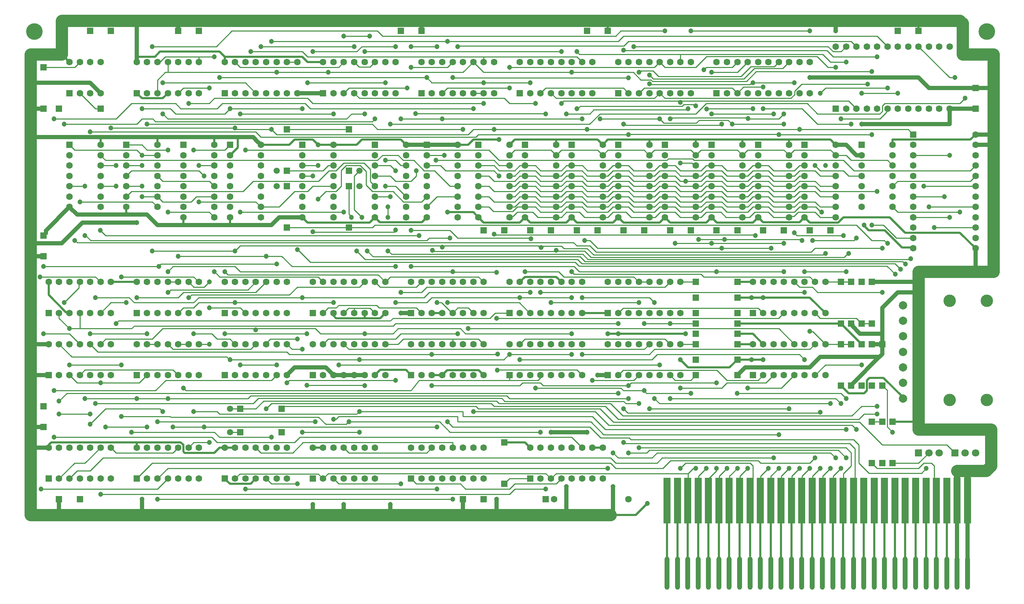
<source format=gtl>
G04*
G04 #@! TF.GenerationSoftware,Altium Limited,Altium Designer,23.6.0 (18)*
G04*
G04 Layer_Physical_Order=1*
G04 Layer_Color=255*
%FSLAX44Y44*%
%MOMM*%
G71*
G04*
G04 #@! TF.SameCoordinates,16818577-3D0F-4E1C-871D-00935DA2B120*
G04*
G04*
G04 #@! TF.FilePolarity,Positive*
G04*
G01*
G75*
%ADD10C,0.2540*%
%ADD13C,0.2500*%
G04:AMPARAMS|DCode=27|XSize=1.2mm|YSize=8mm|CornerRadius=0.6mm|HoleSize=0mm|Usage=FLASHONLY|Rotation=0.000|XOffset=0mm|YOffset=0mm|HoleType=Round|Shape=RoundedRectangle|*
%AMROUNDEDRECTD27*
21,1,1.2000,6.8000,0,0,0.0*
21,1,0.0000,8.0000,0,0,0.0*
1,1,1.2000,0.0000,-3.4000*
1,1,1.2000,0.0000,-3.4000*
1,1,1.2000,0.0000,3.4000*
1,1,1.2000,0.0000,3.4000*
%
%ADD27ROUNDEDRECTD27*%
%ADD28R,1.7000X11.0000*%
%ADD29C,0.5000*%
%ADD30C,1.0000*%
%ADD31C,3.0000*%
%ADD32C,1.5000*%
%ADD33C,1.0000*%
%ADD34C,0.5001*%
%ADD35C,2.0000*%
%ADD36C,1.6000*%
%ADD37R,1.6000X1.6000*%
%ADD38C,3.0000*%
%ADD39C,4.0000*%
%ADD40R,1.6000X1.6000*%
%ADD41C,2.0000*%
%ADD42R,1.8000X1.8000*%
%ADD43C,1.8000*%
%ADD44C,1.5000*%
%ADD45C,1.2000*%
%ADD46C,1.2000*%
D10*
X2324983Y1450305D02*
X2325000Y1450288D01*
D13*
X2050000Y1006240D02*
X2076778D01*
X2089268Y993750D01*
X2090750D01*
X2081250Y1012500D02*
X2087575Y1006175D01*
X1975075D02*
X2024925D01*
X2087575D02*
X2124935D01*
X2081250Y1012500D02*
X2081250D01*
X1887209Y555959D02*
X2137791D01*
X2150000Y543750D01*
X1056250Y700000D02*
X1068750Y712500D01*
X1218750D01*
X1231250Y700000D01*
X950000Y662500D02*
X1662500D01*
X937500Y675000D02*
X950000Y662500D01*
X737500Y1175000D02*
X1256250D01*
X1262500Y1181250D02*
X1625000D01*
X1256250Y1175000D02*
X1262500Y1181250D01*
X1300000Y1193750D02*
X1525000D01*
X775000Y1181250D02*
X1237500D01*
X1250000Y1193750D02*
X1300000D01*
X1237500Y1181250D02*
X1250000Y1193750D01*
X2182183Y486567D02*
X2237500Y431250D01*
X2393750D02*
X2412500Y412500D01*
X2237500Y431250D02*
X2393750D01*
X1557354Y448896D02*
X1626104D01*
X1630302Y444698D01*
X2167802D01*
X687500Y625000D02*
X775000D01*
X1412500Y800000D02*
X2050000D01*
X1766179Y1243750D02*
X1768750D01*
X1763564Y1241134D02*
X1766179Y1243750D01*
X1541134Y1241134D02*
X1763564D01*
X2332172Y363422D02*
X2343750Y375000D01*
X2181250Y387500D02*
X2205328Y363422D01*
X2332172D01*
X2237500Y575000D02*
X2249189Y563311D01*
Y475811D02*
X2262500Y462500D01*
X2249189Y475811D02*
Y563311D01*
X1625000Y1181250D02*
X1625356Y1181606D01*
X1987144D02*
X1987500Y1181250D01*
X1625356Y1181606D02*
X1987144D01*
X1100000Y1343750D02*
X1187500D01*
X950000Y1293750D02*
X1090452D01*
X1090571Y1293631D01*
X1537000Y587500D02*
X1637500D01*
X1050000Y1206250D02*
X1530669D01*
X1556250Y1218750D02*
X1700000D01*
X1556250Y1218750D02*
X1556250Y1218750D01*
X1555669Y1231250D02*
X1787500D01*
X1530669Y1206250D02*
X1555669Y1231250D01*
X1700000Y1218750D02*
X1700000Y1218750D01*
X1525000Y1193750D02*
X1525000Y1193750D01*
X1525000Y1193750D01*
X1937500D01*
X1812500Y1343750D02*
X1875000D01*
X1806250Y1337500D02*
X1812500Y1343750D01*
X204953Y837500D02*
X337500D01*
X204250Y836796D02*
X204953Y837500D01*
X206250Y325000D02*
X206250Y325000D01*
X487500D01*
X1200000Y850000D02*
X1200696Y849304D01*
X1305875D02*
X1306572Y848608D01*
X1200696Y849304D02*
X1305875D01*
X2000000Y750000D02*
X2000000D01*
X1987378Y737378D02*
X2000000Y750000D01*
X1306462Y737378D02*
X1987378D01*
X1307914Y650000D02*
X1308757Y650843D01*
X1150000Y650000D02*
X1307914D01*
X1307992Y611836D02*
X1308656Y612500D01*
X1500000D01*
X361914Y937500D02*
X1118750D01*
X349801Y949613D02*
X361914Y937500D01*
X1137500Y1131250D02*
X1137557Y1131307D01*
X1180053D01*
X1180110Y1131365D01*
X1159787Y1118784D02*
X1299966D01*
X1312500Y1106250D01*
X837000Y462500D02*
X975000D01*
X325000Y1188000D02*
X325500Y1187500D01*
X725000D01*
X672000Y1196750D02*
X675000Y1193750D01*
X725000Y1187500D02*
X737500Y1175000D01*
X375000Y1196750D02*
X672000D01*
X675000Y1193750D02*
Y1196750D01*
X275000Y1056250D02*
X312500D01*
X2042710Y1303134D02*
X2201779D01*
X2025710Y1286134D02*
X2042710Y1303134D01*
X1933133Y1333133D02*
X2212448D01*
X1920500Y1345500D02*
X1976750D01*
X1909530Y1309530D02*
X1933133Y1333133D01*
X1928500Y1341000D02*
X1997250D01*
X2012500Y1356250D01*
X1903205Y1315705D02*
X1928500Y1341000D01*
X1976750Y1345500D02*
X1987500Y1356250D01*
X1896460Y1321460D02*
X1920500Y1345500D01*
X2106250Y1343750D02*
X2125000D01*
X1110586Y1231874D02*
X1110898Y1231562D01*
X1424688D01*
X1425000Y1231250D01*
X650000Y700000D02*
X650131Y699869D01*
X848419D01*
X848550Y699737D01*
X847902Y575992D02*
X848398Y575496D01*
X987004D01*
X987500Y575000D01*
X800000Y581250D02*
X806250Y587500D01*
X1062500D01*
X556250Y562500D02*
X1100000D01*
X1337500Y587500D02*
Y600000D01*
X550000Y568750D02*
X556250Y562500D01*
X1100000D02*
X1118750Y587500D01*
X487500Y300000D02*
X1200000D01*
X1200000Y300000D01*
X1150903Y901568D02*
X1153474D01*
X1445139Y898955D02*
X1447901Y901717D01*
X1153474Y901568D02*
X1156087Y898955D01*
X1445139D01*
X1052966Y892073D02*
X1514177D01*
X1526805Y879445D01*
X1045039Y900000D02*
X1052966Y892073D01*
X1007833Y885917D02*
X1507833D01*
X1519495Y874255D01*
X993750Y900000D02*
X1007833Y885917D01*
X1501489Y879761D02*
X1512186Y869064D01*
X981250Y887500D02*
X988989Y879761D01*
X1501489D01*
X1462947Y912053D02*
X1468824Y906176D01*
X1419763Y912053D02*
X1462947D01*
X1447901Y901717D02*
X1450472D01*
X1452189Y900000D02*
X1518750D01*
X1450472Y901717D02*
X1452189Y900000D01*
X1518750D02*
X1534250Y884500D01*
X1415972Y908263D02*
X1419763Y912053D01*
X1411308Y908263D02*
X1415972D01*
X1176483Y910983D02*
X1179054D01*
X1180307Y912236D01*
X1407334D01*
X1411308Y908263D01*
X1175000Y909500D02*
X1176483Y910983D01*
X826232Y903250D02*
X856605Y872878D01*
X1495872D01*
X1505055Y863695D01*
X812500Y862500D02*
X1062500D01*
X1100000D02*
X1493750D01*
X2286957Y874255D02*
X2292462Y868750D01*
X1519495Y874255D02*
X2286957D01*
X2304445Y879445D02*
X2306250Y881250D01*
X1526805Y879445D02*
X2304445D01*
X1512186Y869064D02*
X2268436D01*
X2281250Y856250D01*
X2248805Y863695D02*
X2268750Y843750D01*
X1505055Y863695D02*
X2248805D01*
X1525074Y906176D02*
X1540613Y890637D01*
X2097429Y893750D02*
X2100000D01*
X2094317Y890637D02*
X2097429Y893750D01*
X1540613Y890637D02*
X2094317D01*
X2248712Y918750D02*
X2250000D01*
X2242462Y925000D02*
X2248712Y918750D01*
X2212500Y925000D02*
X2242462D01*
X2268750Y843750D02*
Y843750D01*
X2065750Y897000D02*
X2074989Y906239D01*
X2237478D01*
X2292462Y868750D02*
X2293750D01*
X1468824Y906176D02*
X1525074D01*
X1492088Y920412D02*
X1499795Y912705D01*
X1531045D02*
X1546750Y897000D01*
X1499795Y912705D02*
X1531045D01*
X293715Y920412D02*
X1492088D01*
X287500Y925000D02*
X289127D01*
X293715Y920412D01*
X1300000Y940500D02*
X1301500Y939000D01*
X314214Y937500D02*
X326715Y925000D01*
X1301500Y939000D02*
X1929750D01*
X1212500Y931250D02*
X1387607D01*
X1389107Y929750D01*
X1137500Y925000D02*
X1143750Y931250D01*
X1929750Y939000D02*
X1931250Y937500D01*
X326715Y925000D02*
X1137500D01*
X1143750Y931250D02*
X1193750D01*
X1175000Y912467D02*
X1176483Y910983D01*
X687500Y912500D02*
X1175000D01*
Y912467D02*
Y912500D01*
X787500Y887500D02*
X812500Y862500D01*
X981250Y887500D02*
Y887500D01*
X968750Y900000D02*
X981250Y887500D01*
X525000Y862500D02*
X675000D01*
X687500Y850000D02*
X1200000D01*
X675000Y862500D02*
X687500Y850000D01*
X512500D02*
X525000Y862500D01*
X489717Y862500D02*
X495967Y868750D01*
X775000D01*
X212500Y862500D02*
X489717D01*
X537500Y887500D02*
X750000D01*
X787500D01*
X475000Y900000D02*
X675000D01*
X687500Y912500D01*
X1100000Y950000D02*
X1193750D01*
X1212500Y931250D01*
X1859250Y928000D02*
X2038179D01*
X2041179Y925000D01*
X2043750D01*
X2031250Y937500D02*
X2143750D01*
X2025000Y943750D02*
X2031250Y937500D01*
X1737500Y918750D02*
X2000000D01*
X1856250Y925000D02*
X1859250Y928000D01*
X1550000Y906250D02*
X1969041D01*
X1531250Y925000D02*
X1550000Y906250D01*
X1546750Y897000D02*
X2065750D01*
X1793750Y928000D02*
X1853250D01*
X1856250Y925000D01*
X1006250Y956250D02*
X1012500Y962500D01*
X950000Y956250D02*
X1006250D01*
X1012500Y962500D02*
X2175000D01*
X825000Y903250D02*
X826232D01*
X1043750Y900000D02*
X1045039D01*
X1300000Y1093750D02*
X1312500Y1081250D01*
X1856250Y925000D02*
Y928000D01*
X2168750Y925000D02*
X2175000Y931250D01*
X2068750Y925000D02*
X2168750D01*
X2175000Y962500D02*
X2212500Y925000D01*
X1893750Y356250D02*
X1912500Y375000D01*
Y568750D02*
X1993750D01*
X1518750Y925000D02*
X1531250D01*
X1731214Y1221254D02*
X1912042D01*
X1913523Y1218750D02*
X1987500D01*
X1912042Y1221254D02*
X1913523Y1219773D01*
X1060682Y945182D02*
Y948754D01*
X1062500Y950571D01*
X864068Y945182D02*
X1060682D01*
X862500Y946750D02*
X864068Y945182D01*
X2145712Y884500D02*
X2154962Y893750D01*
X1534250Y884500D02*
X2145712D01*
X2154962Y893750D02*
X2156250D01*
X1506250Y850000D02*
X1837500D01*
X1493750Y862500D02*
X1506250Y850000D01*
X1493750Y843750D02*
X1800000D01*
X1487500Y850000D02*
X1493750Y843750D01*
X1618202Y1204432D02*
X1618714Y1203920D01*
X1612500Y1206250D02*
X1614318Y1204432D01*
X1618202D01*
X1618714Y1203920D02*
X1845099D01*
X2299860Y1193750D02*
X2312430Y1181180D01*
X1845099Y1203920D02*
X1847429Y1206250D01*
X1788252Y1208960D02*
X1795332Y1216040D01*
X1700000Y1218750D02*
X1709790Y1208960D01*
X1788252D01*
X1847429Y1206250D02*
X1850000D01*
X575000Y437500D02*
X612500D01*
X1143750Y800000D02*
X1387500D01*
X1922746Y1306250D02*
X2025000D01*
X1781389Y1253540D02*
X1784929Y1250000D01*
X1787500D01*
X1750000Y1112500D02*
X1777522D01*
X482715Y1212500D02*
X1006250D01*
X1012500Y1218750D01*
X1012500Y1031250D02*
X1050000D01*
X587500Y1018750D02*
X725000D01*
X550000Y1293750D02*
X612500D01*
X325000Y700000D02*
X462500D01*
X262500Y775000D02*
X298179Y810679D01*
X1612500Y518750D02*
X1622739Y508511D01*
X2085682Y508932D02*
X2087500Y510750D01*
X2081707Y508932D02*
X2085682D01*
X2081286Y508511D02*
X2081707Y508932D01*
X1622739Y508511D02*
X2081286D01*
X1543750Y512500D02*
X1577029Y479221D01*
X2164529D02*
X2175000Y468750D01*
X1577029Y479221D02*
X2164529D01*
X1556100Y518899D02*
X1588433Y486567D01*
X2182183D01*
X2158910Y434840D02*
X2171332Y422418D01*
X1612500Y437500D02*
X1615071D01*
X1617730Y434840D01*
X2158910D01*
X2167802Y444698D02*
X2181250Y431250D01*
X1531250Y475000D02*
X1557354Y448896D01*
X2037500Y1093750D02*
X2075169Y1093581D01*
X2087575Y1081175D02*
X2124935D01*
X2075169Y1093581D02*
X2087575Y1081175D01*
X2037500Y1068750D02*
X2075169Y1068581D01*
X2087575Y1056175D02*
X2124935D01*
X2075169Y1068581D02*
X2087575Y1056175D01*
X2050010Y1056250D02*
X2075000D01*
X2087500Y1043750D02*
X2225000D01*
X2075000Y1056250D02*
X2087500Y1043750D01*
X2037500D02*
X2075000D01*
X2087575Y1031175D01*
X2124935D01*
X2037500Y1018750D02*
X2075169Y1018581D01*
X2081250Y1012500D01*
X2087500Y981250D02*
X2126554D01*
X2034271Y993764D02*
X2075169Y993581D01*
X2087500Y981250D01*
X2137500Y1218750D02*
X2231250D01*
X2247417Y1234917D01*
Y1241167D02*
X2250000Y1243750D01*
X2247417Y1234917D02*
Y1241167D01*
X2081250Y1231250D02*
X2231250D01*
X2237500Y1237500D02*
Y1250000D01*
X2231250Y1231250D02*
X2237500Y1237500D01*
X1611000Y501500D02*
X2164000D01*
X2187500Y525000D01*
X2225000D01*
X2181250Y493750D02*
X2193750Y506250D01*
X1600000Y493750D02*
X2181250D01*
X2193750Y506250D02*
X2225000D01*
X2171332Y300333D02*
Y422418D01*
X2167999Y297000D02*
X2171332Y300333D01*
X831250Y450000D02*
X1487500D01*
X1512500Y425000D01*
X1212500Y487500D02*
X1533644D01*
X1564894Y456250D02*
X1987500D01*
X1533644Y487500D02*
X1564894Y456250D01*
X1137500Y775000D02*
X1150000Y787500D01*
X1487500D01*
X1531250Y1231250D02*
X1541134Y1241134D01*
X1450000Y1268750D02*
X1687500D01*
X1700000Y1281250D01*
X1437500D02*
X1450000Y1268750D01*
X975000D02*
X1325000D01*
X1337500Y1256250D02*
X1400000D01*
X1325000Y1268750D02*
X1337500Y1256250D01*
X1650000Y1331250D02*
X1652571D01*
X1656111Y1334790D01*
X1683960D01*
X1712500Y1343750D02*
X1787500D01*
X1813710Y1369960D02*
X2080040D01*
X1787500Y1343750D02*
X1813710Y1369960D01*
X1500000Y1381250D02*
X1506250Y1375000D01*
X1750000D01*
X1500000Y1368750D02*
X1512500Y1356250D01*
X1275000Y1368750D02*
X1500000D01*
X1212500Y1393750D02*
X1213580Y1394830D01*
X1613580D02*
X1625000Y1406250D01*
X1213580Y1394830D02*
X1613580D01*
X1613330Y1383960D02*
X2103540D01*
X1612500Y1384790D02*
X1613330Y1383960D01*
X1031250Y1418750D02*
X1593750D01*
X1606250Y1431250D01*
X1375000Y687500D02*
X1712500D01*
X1362500Y675000D02*
X1375000Y687500D01*
X1712500D02*
X1725000Y675000D01*
X1262350Y518899D02*
X1556100D01*
X1256250Y525000D02*
X1262350Y518899D01*
X1318541Y543959D02*
X1325576Y536924D01*
X1613076D02*
X1618750Y531250D01*
X1325576Y536924D02*
X1613076D01*
X1612500Y562500D02*
X1662500D01*
Y561717D02*
Y562500D01*
Y561717D02*
X1667968Y556250D01*
X1775000D01*
X637500Y450000D02*
X762500D01*
X625000Y462500D02*
X637500Y450000D01*
X912500Y493750D02*
X918750D01*
X893750Y481250D02*
X942811D01*
X876179Y498821D02*
X893750Y481250D01*
X949061Y487500D02*
X1168750D01*
X942811Y481250D02*
X949061Y487500D01*
X706250Y543750D02*
X712583Y550083D01*
X1331167D02*
X1337500Y543750D01*
X712583Y550083D02*
X1331167D01*
X718690Y531250D02*
X731399Y543959D01*
X1318541D01*
X1337500Y543750D02*
X1625000D01*
X1306250Y537500D02*
X1312500Y531250D01*
X743750Y537500D02*
X1306250D01*
X1312500Y531250D02*
X1581250D01*
X762500D02*
X1293750D01*
X1300000Y525000D02*
X1568750D01*
X1293750Y531250D02*
X1300000Y525000D01*
X1568750D02*
X1600000Y493750D01*
X2450000Y1093750D02*
X2462500Y1106250D01*
X2168750Y1093750D02*
X2450000D01*
X2425000Y1256250D02*
X2437500Y1268750D01*
X2243750Y1256250D02*
X2425000D01*
X2325000Y1393750D02*
X2400000Y1318750D01*
X2412500D01*
X2225000Y1418750D02*
X2250000Y1393750D01*
X1612500Y1418750D02*
X2225000D01*
X1600000Y1406250D02*
X1612500Y1418750D01*
X2100000Y1293750D02*
X2250000D01*
X2087500Y1281250D02*
X2100000Y1293750D01*
X1812500Y1256250D02*
X2056250D01*
X2081250Y1231250D01*
X1787500Y1231250D02*
X1812500Y1256250D01*
X1950000Y1243750D02*
X2043750D01*
X2081250Y1206250D02*
X2162500D01*
X2043750Y1243750D02*
X2081250Y1206250D01*
X1937500Y1193750D02*
X1937500Y1193750D01*
X1475000Y1231250D02*
X1531250D01*
X1750000Y1262500D02*
X2156250D01*
X1462500Y1256250D02*
Y1257032D01*
X1467968Y1262500D01*
X1743889D01*
X1745612Y1260778D01*
X1748278D01*
X1750000Y1262500D01*
X1725000Y1218750D02*
X1726818Y1220568D01*
X1730528D01*
X1731214Y1221254D01*
X1795332Y1216040D02*
X1865210D01*
X1875000Y1206250D01*
X1813172Y1243077D02*
X1813509Y1243414D01*
X1924664D01*
X1825000Y1231250D02*
X1975000D01*
X2062500Y387500D02*
X2075000Y400000D01*
X1943750Y387500D02*
X2062500D01*
X1693750Y412500D02*
X2112500D01*
X2125000Y400000D01*
X2225000Y375000D02*
X2325000D01*
X2212500Y387500D02*
X2225000Y375000D01*
X2325000D02*
X2337500Y387500D01*
X1237500Y712500D02*
X1987500D01*
X2025000Y675000D01*
X2143750Y1118750D02*
X2168750Y1093750D01*
X1783251Y1118750D02*
X2143750D01*
X1928980Y993750D02*
X1962500D01*
X1975000Y981250D02*
X2012500D01*
X1962500Y993750D02*
X1975000Y981250D01*
X1787467D02*
X1800000D01*
X1701465Y993750D02*
X1737500D01*
X1750000Y981250D01*
X1787467D01*
X1737500Y1006250D02*
X1750000Y993750D01*
X1800000D01*
X1562500Y1081175D02*
X1574925D01*
X1475000Y1093750D02*
X1512669Y1093581D01*
X1525075Y1081175D02*
X1562500D01*
X1512669Y1093581D02*
X1525075Y1081175D01*
X1012500Y1081250D02*
X1050000D01*
X1062500Y1068750D02*
X1100000D01*
X1050000Y1081250D02*
X1062500Y1068750D01*
X500000Y1018750D02*
X568750D01*
X581250Y1031250D02*
X625000D01*
X568750Y1018750D02*
X581250Y1031250D01*
X349935Y1131175D02*
X362360Y1118750D01*
X1018750D01*
X425000Y1093750D02*
X587500D01*
X412500Y1081250D02*
X425000Y1093750D01*
X718750Y1068750D02*
X876464D01*
X893750Y1043750D02*
X918750D01*
X931250Y1056250D02*
Y1094889D01*
X918750Y1043750D02*
X931250Y1056250D01*
Y1094889D02*
X942611Y1106250D01*
X962500Y1000000D02*
Y1081250D01*
Y1000000D02*
X981250Y981250D01*
X1081250Y1018750D02*
X1125000D01*
X1006250Y1043750D02*
X1056250D01*
X1081250Y1018750D01*
X1012500Y1031250D02*
X1012500Y1031250D01*
X1125000Y1018750D02*
X1137500Y1031250D01*
Y1006250D02*
X1162500Y1031250D01*
X1212500D01*
X1112500Y1081250D02*
Y1093750D01*
X1100000Y1068750D02*
X1112500Y1081250D01*
X1037500Y1056250D02*
X1062500D01*
X1087500Y1031250D02*
X1087500D01*
X1062500Y1056250D02*
X1087500Y1031250D01*
X1131250Y1093750D02*
X1156250D01*
X1193750Y1056250D02*
X1212500D01*
X1156250Y1093750D02*
X1193750Y1056250D01*
X1183077Y1093750D02*
X1300000D01*
X1262575Y1106175D02*
X1299963Y1106287D01*
X1312500Y1093750D01*
Y1093750D02*
X1350000D01*
X1006250Y1206250D02*
X1018750Y1193750D01*
X462500Y1206250D02*
X1006250D01*
X1018750Y1193750D02*
X1225000D01*
X956250Y1231250D02*
X987500D01*
X512500Y1218750D02*
X943750D01*
X956250Y1231250D01*
X962500Y1281250D02*
X975000Y1268750D01*
X625000Y1268750D02*
X850000D01*
X862500Y1256250D01*
X1275000D01*
X643750Y1256250D02*
X843750D01*
X856250Y1243750D01*
X1250000D01*
X612500Y1256250D02*
X625000Y1268750D01*
X562500Y1256250D02*
X612500D01*
X543750Y1243750D02*
X631250D01*
X643750Y1256250D01*
X531250Y1231250D02*
X650000D01*
X662500Y1243750D01*
X837500D01*
X650000Y1143750D02*
X662500Y1156250D01*
X575000Y1143750D02*
X650000D01*
X500000Y1068750D02*
X612500D01*
X487500Y1081250D02*
X500000Y1068750D01*
X487500Y1031250D02*
X500000Y1018750D01*
X425000Y1043750D02*
X693750D01*
X412500Y1031250D02*
X425000Y1043750D01*
X575000Y837500D02*
X587500Y825000D01*
X400000Y837500D02*
X575000D01*
X300000Y712500D02*
X425000D01*
X431250Y718750D02*
X1056250D01*
X425000Y712500D02*
X431250Y718750D01*
X1056250D02*
X1062500Y725000D01*
X687500Y518750D02*
X725000D01*
X743750Y537500D01*
X750000Y518750D02*
X762500Y531250D01*
X1218750Y337500D02*
X1231250Y325000D01*
X1337500D01*
X1112500Y337500D02*
X1218750D01*
X818750Y437500D02*
X831250Y450000D01*
X1806250Y837500D02*
X2062500D01*
X2075000Y825000D01*
X1800000Y843750D02*
X1806250Y837500D01*
X2087500Y737500D02*
X2175000D01*
X2075000Y750000D02*
X2087500Y737500D01*
X1993750Y568750D02*
X2025000Y600000D01*
X1956250Y581250D02*
X1975000Y600000D01*
X1862500Y581250D02*
X1956250D01*
X1750000Y568750D02*
X1850000D01*
X1862500Y581250D01*
X1611790Y611790D02*
X1838210D01*
X1862500Y587500D02*
X1937500D01*
X1838210Y611790D02*
X1862500Y587500D01*
X1937500D02*
X1950000Y600000D01*
X1637500Y587500D02*
X1650000Y600000D01*
X1775000Y587500D02*
X1787500Y600000D01*
X1737500Y587500D02*
X1775000D01*
X1725000Y600000D02*
X1737500Y587500D01*
X1323712Y637500D02*
X1336212Y650000D01*
X975000Y637500D02*
X1323712D01*
X925000Y625000D02*
X1700000D01*
X1200000Y687500D02*
X1262500D01*
X1275000Y675000D01*
X387500Y725000D02*
X393750Y731250D01*
X1050000D02*
X1056250Y737500D01*
X393750Y731250D02*
X1050000D01*
X1056250Y737500D02*
X1290115D01*
X1062500Y725000D02*
X1600000D01*
X987500Y700000D02*
X1056250D01*
X900000Y687500D02*
X1062500D01*
X1075000Y700000D01*
X1212500D01*
X1081250Y687500D02*
X1200000D01*
X1037500Y675000D02*
X1068750D01*
X1081250Y687500D01*
X725000Y709500D02*
Y712500D01*
X881250Y700000D02*
X987500D01*
X868750Y712500D02*
X881250Y700000D01*
X725000Y712500D02*
X868750D01*
X887500Y675000D02*
X900000Y687500D01*
X750000Y676964D02*
X760536Y687500D01*
X825000D01*
X750000Y675000D02*
Y676964D01*
X618750Y700000D02*
X631250Y687500D01*
X662500D01*
X675000Y675000D01*
X762500Y587500D02*
X775000Y600000D01*
X507715Y587500D02*
X762500D01*
X482715Y562500D02*
X507715Y587500D01*
X237500Y562500D02*
X482715D01*
X268750Y556250D02*
X562500D01*
X250000Y537500D02*
X268750Y556250D01*
X350000Y581250D02*
X443750D01*
X293750D02*
X350000D01*
X275000Y600000D02*
X293750Y581250D01*
X443750D02*
X462500Y600000D01*
X312500Y612500D02*
X525000D01*
X537500Y600000D01*
X300000D02*
X312500Y612500D01*
X362500Y687500D02*
X475000D01*
X350000Y675000D02*
X362500Y687500D01*
X475000D02*
X500000Y712500D01*
X212500Y700000D02*
X275000D01*
X300000Y675000D01*
X250000Y737500D02*
Y750000D01*
Y737500D02*
X275000Y712500D01*
X300000D02*
Y750000D01*
X418750Y787500D02*
X431250Y775000D01*
X337500Y787500D02*
X418750D01*
X337500Y837500D02*
X350000Y825000D01*
X287500Y1343750D02*
X300000Y1356250D01*
X212500Y1343750D02*
X287500D01*
X337500Y1243750D02*
X350000D01*
X300000Y1281250D02*
X337500Y1243750D01*
X237500Y1218750D02*
X387500D01*
X425000Y1256250D01*
X500000Y1231250D02*
X512500Y1218750D01*
X450000Y1218750D02*
X476465D01*
X437500Y1206250D02*
X450000Y1218750D01*
X476465D02*
X482715Y1212500D01*
X487500Y1281250D02*
Y1312500D01*
X506250Y1331250D02*
X511035D01*
X487500Y1312500D02*
X506250Y1331250D01*
X511035D02*
X512500Y1332715D01*
X667286Y1431250D02*
X1018750D01*
X629785Y1393750D02*
X667286Y1431250D01*
X475000Y1393750D02*
X629785D01*
X762500Y1406250D02*
X1187500D01*
X1018750Y1431250D02*
X1031250Y1418750D01*
X937500D02*
X1000000D01*
X2275010Y1068750D02*
X2450000D01*
X2462500Y1081250D01*
X2262435Y1056175D02*
X2275010Y1068750D01*
X2274860Y993750D02*
X2425000D01*
X2262435Y1006175D02*
X2274860Y993750D01*
X631250Y843750D02*
Y843750D01*
X637500Y837500D02*
X875000D01*
X631250Y843750D02*
X637500Y837500D01*
X625000Y850000D02*
X631250Y843750D01*
X875000Y837500D02*
X887500Y825000D01*
X570038Y793750D02*
X806250D01*
X825000Y812500D01*
X887500Y750000D02*
X900000Y762500D01*
X918750D02*
X925000Y768750D01*
X900000Y762500D02*
X918750D01*
X1016433Y768750D02*
X1022683Y762500D01*
X925000Y768750D02*
X1016433D01*
X1062500Y775000D02*
X1137500D01*
X837500Y787500D02*
X1131250D01*
X1143750Y800000D01*
X1075000D02*
X1125000D01*
X1137500Y812500D02*
X1712500D01*
X1125000Y800000D02*
X1137500Y812500D01*
X1187500Y775000D02*
X1361155D01*
X1386155Y750000D01*
X349935Y1056175D02*
X350010Y1056250D01*
X1290115Y737500D02*
X1302615Y750000D01*
X1337500D01*
X1437500Y775000D02*
X1650000D01*
X1611790Y761790D02*
X1938210D01*
X1950000Y750000D01*
X2037500Y650000D02*
X2050000Y637500D01*
X1693750Y650000D02*
X2037500D01*
X2100000Y675000D02*
X2137500D01*
X2162500D01*
X2070019Y704981D02*
X2100000Y675000D01*
X2063769Y704981D02*
X2070019D01*
X2062500Y706250D02*
X2063769Y704981D01*
X2175000Y737500D02*
X2187500Y725000D01*
X2262500Y387500D02*
X2325000D01*
X2350000Y412500D01*
X2337500Y387500D02*
X2356250D01*
X2362500Y330676D02*
Y381250D01*
X2356250Y387500D02*
X2362500Y381250D01*
X2181250Y387500D02*
Y431250D01*
X2162500Y381250D02*
Y412500D01*
X2150000Y425000D02*
X2162500Y412500D01*
X1650000Y425000D02*
X2150000D01*
X2131250Y418750D02*
X2150000Y400000D01*
X1675000Y418750D02*
X2131250D01*
X1937500Y393750D02*
X1943750Y387500D01*
X1726465Y393750D02*
X1937500D01*
X1762500Y387500D02*
X1918750D01*
X1925000Y350000D02*
Y381250D01*
X1918750Y387500D02*
X1925000Y381250D01*
X1750000Y375000D02*
X1762500Y387500D01*
X1625000Y412500D02*
X1668750D01*
X1675000Y418750D01*
X1600000Y400000D02*
X1681250D01*
X1693750Y412500D01*
X1593750Y387500D02*
X1693750D01*
X1706250Y400000D02*
X1975000D01*
X1693750Y387500D02*
X1706250Y400000D01*
X1581250D02*
X1593750Y387500D01*
X1706250Y375000D02*
X1707715D01*
X1726465Y393750D01*
X1593750Y375000D02*
X1706250D01*
X1706250Y375000D01*
X1325000Y337500D02*
X1337500Y350000D01*
X1387500D01*
X1406250Y337500D02*
X1450000D01*
X1462500Y350000D01*
X1350000Y337500D02*
X1406250D01*
X1337500Y325000D02*
X1350000Y337500D01*
X1100000Y350000D02*
X1112500Y337500D01*
X1337500Y312500D02*
X1350000Y325000D01*
X350000Y312500D02*
X1337500D01*
X912500Y350000D02*
X925000Y337500D01*
X1075000D01*
X762500D02*
X825000D01*
X750000Y350000D02*
X762500Y337500D01*
X631250Y437500D02*
X818750D01*
X737500Y412500D02*
X813964D01*
X838964Y437500D01*
X1200000D01*
X618750Y450000D02*
X631250Y437500D01*
X562500Y425000D02*
X575000Y437500D01*
X487500Y325000D02*
X512500Y350000D01*
X293750Y368750D02*
X325000D01*
X356250Y400000D02*
X1581250D01*
X325000Y368750D02*
X356250Y400000D01*
X312500Y387500D02*
X350000Y425000D01*
X287500Y387500D02*
X312500D01*
X2081250Y800000D02*
X2237500D01*
X2237500Y800000D01*
X2271419Y931250D02*
X2312500D01*
X2212500Y962500D02*
X2240169D01*
X2271419Y931250D01*
X1581250Y531250D02*
X1611000Y501500D01*
X1250000Y512500D02*
X1543750D01*
X1537500Y500000D02*
X1568750Y468750D01*
X1225000Y500000D02*
X1537500D01*
X1568750Y468750D02*
X2150000D01*
X1200000Y475000D02*
X1531250D01*
X1618750Y531250D02*
X1650000D01*
X1700000D02*
X2112500D01*
X1687500Y543750D02*
X1700000Y531250D01*
X2100000Y625000D02*
X2187500D01*
X2075000Y600000D02*
X2100000Y625000D01*
X1902710Y1296460D02*
X1950000D01*
X1887500Y1281250D02*
X1902710Y1296460D01*
X1636155Y1331250D02*
X1654075Y1313330D01*
X1679055D01*
X1700000Y1356250D02*
X1712500Y1343750D01*
X1683960Y1334790D02*
X1697290Y1321460D01*
X1896460D01*
X1875000Y1343750D02*
X1887500Y1356250D01*
Y1331250D02*
X1912500Y1356250D01*
X1825000Y1331250D02*
X1887500D01*
X1750000Y1375000D02*
X2093750D01*
X2112500Y1356250D02*
X2150000D01*
X2093750Y1375000D02*
X2112500Y1356250D01*
X2080040Y1369960D02*
X2106250Y1343750D01*
X2118750Y1368750D02*
X2225000D01*
X2103540Y1383960D02*
X2118750Y1368750D01*
X2118750Y1381250D02*
X2137500D01*
X2106250Y1393750D02*
X2118750Y1381250D01*
X1637500Y1393750D02*
X2106250D01*
X2137500Y1381250D02*
X2150000Y1393750D01*
X793750Y525000D02*
X1256250D01*
X787500Y518750D02*
X793750Y525000D01*
X968750Y506250D02*
X975000Y512500D01*
X662500Y518750D02*
X687500D01*
X925000Y500000D02*
X1212500D01*
X918750Y493750D02*
X925000Y500000D01*
X512500Y543750D02*
X706250D01*
X337500Y531250D02*
X718690D01*
X518750Y500000D02*
X519929Y498821D01*
X876179D01*
X631250Y512500D02*
X637500Y506250D01*
X968750D01*
X400000Y500000D02*
X518750D01*
X1675000Y518750D02*
X2012500D01*
X975000Y512500D02*
X1225000D01*
Y500000D02*
Y512500D01*
X437500Y543750D02*
X512500D01*
X312500D02*
X437500D01*
X600000Y475000D02*
X1162500D01*
X525000D02*
X600000D01*
X1212500Y487500D02*
Y500000D01*
X1187500Y487500D02*
X1200000Y475000D01*
X1193750Y462500D02*
X1412500D01*
X1168750Y487500D02*
X1193750Y462500D01*
X487500Y487500D02*
X868750D01*
X1837500Y850000D02*
X2000000D01*
X312500Y937500D02*
X314214D01*
X1637500Y837500D02*
X1650000Y825000D01*
X1468750Y837500D02*
X1637500D01*
X1456250Y850000D02*
X1468750Y837500D01*
X1375000Y850000D02*
X1456250D01*
X800000Y956250D02*
X917187D01*
X917187Y956250D01*
X1975075Y1056175D02*
X2024925D01*
X1043750Y981250D02*
Y1006250D01*
X955959Y980959D02*
Y982829D01*
X950000Y988789D02*
X955959Y982829D01*
X950000Y988789D02*
Y1056250D01*
X991124Y1058876D02*
Y1092122D01*
Y1058876D02*
X1006250Y1043750D01*
X962500Y1081250D02*
X975000Y1093750D01*
X875000Y1025000D02*
X893750Y1043750D01*
X818750D02*
X850000D01*
X862500Y1056250D02*
X912500D01*
X850000Y1043750D02*
X862500Y1056250D01*
X781250Y1006250D02*
X818750Y1043750D01*
X1001101Y1067649D02*
Y1097434D01*
Y1067649D02*
X1012500Y1056250D01*
X976996Y1106250D02*
X991124Y1092122D01*
X942611Y1106250D02*
X976996D01*
X901464Y1093750D02*
X918750D01*
X937500Y1112500D02*
X986036D01*
X918750Y1093750D02*
X937500Y1112500D01*
X986036D02*
X1001101Y1097434D01*
X693750Y1043750D02*
X718750Y1068750D01*
X876464D02*
X901464Y1093750D01*
X800000Y1093750D02*
X887500D01*
X900000Y1106250D02*
X912500D01*
X887500Y1093750D02*
X900000Y1106250D01*
X1018750Y1118750D02*
X1031250Y1131250D01*
X650000Y850000D02*
X657460Y842540D01*
X1019960D01*
X1037500Y825000D01*
Y825000D02*
Y825000D01*
X1937435Y1106175D02*
X1937575D01*
X1824935D02*
X1825075D01*
X1712435D02*
X1712575D01*
X1487435D02*
X1487575D01*
X1599935D02*
X1600075D01*
X1262435D02*
X1262575D01*
X1374935D02*
X1375075D01*
X1937435Y1006175D02*
X1937575D01*
X1824935D02*
X1825075D01*
X1712435D02*
X1712575D01*
X1487435D02*
X1487575D01*
X1599935D02*
X1600075D01*
X1356289D02*
X1375075D01*
X1262435D02*
X1262575D01*
X2187360Y1081250D02*
X2187435Y1081175D01*
X1937435Y1031175D02*
X1937575D01*
X1824935D02*
X1825075D01*
X1599935D02*
X1600075D01*
X1712435D02*
X1712575D01*
X1487435D02*
X1487575D01*
X1262435D02*
X1262575D01*
X1374935D02*
X1375075D01*
X1637575Y1056175D02*
X1687425D01*
X1525075D02*
X1574925D01*
X1412575D02*
X1462425D01*
X1337435D02*
X1349925D01*
X1750075D02*
X1799925D01*
X1900033Y1006175D02*
X1912425D01*
X1637575D02*
X1687425D01*
X1562500D02*
X1574925D01*
X1412575D02*
X1462425D01*
X1337435D02*
X1349925D01*
X1975075Y1031175D02*
X2024925D01*
X1862575D02*
X1912425D01*
X1750075D02*
X1799925D01*
X1674935D02*
X1687425D01*
X1562500D02*
X1574925D01*
X1412575D02*
X1462425D01*
X1337435D02*
X1349925D01*
X2012500Y1081175D02*
X2024925D01*
X1862575D02*
X1912425D01*
X1750075D02*
X1799925D01*
X1637575D02*
X1687425D01*
X1412575D02*
X1462425D01*
X1337435D02*
X1349925D01*
X1899935Y1131185D02*
X1912500Y1143750D01*
X1787435Y1131185D02*
X1800000Y1143750D01*
X2012435Y1131185D02*
X2025000Y1143750D01*
X1781250Y1137360D02*
X1787435Y1131175D01*
X1562435Y1131185D02*
X1575000Y1143750D01*
X1449935Y1131185D02*
X1462500Y1143750D01*
X1674935Y1131185D02*
X1687500Y1143750D01*
X1662500Y1143610D02*
X1674935Y1131175D01*
X2118750Y1137360D02*
X2124935Y1131175D01*
X2006250Y1137360D02*
X2012435Y1131175D01*
X2124935D02*
X2149925D01*
X1887500Y1143610D02*
X1899935Y1131175D01*
X1550000Y1143610D02*
X1562435Y1131175D01*
X1437500Y1143610D02*
X1449935Y1131175D01*
X1337435Y1131185D02*
X1350000Y1143750D01*
X917187Y956250D02*
X950000D01*
X349935Y1106175D02*
X350010Y1106250D01*
X1987500Y1181250D02*
X2212500D01*
X1937435Y1081175D02*
X1937575D01*
X1824935D02*
X1825075D01*
X1712435D02*
X1712575D01*
X1599935D02*
X1600075D01*
X1487435D02*
X1487575D01*
X1374935D02*
X1375075D01*
X1262435D02*
X1262575D01*
X1847805Y993685D02*
X1860240Y981250D01*
X1900033D02*
X1916480D01*
X1860240D02*
X1900033D01*
X2012500D02*
X2015054Y983804D01*
X2024250D02*
X2034241Y993795D01*
X2015054Y983804D02*
X2024250D01*
X1518610Y981250D02*
X1575000D01*
X1406110D02*
X1462500D01*
X1631110D02*
X1688965D01*
X1800000D02*
X1812500Y993750D01*
X1618750Y993610D02*
X1631110Y981250D01*
X1587500Y993750D02*
X1618750Y993610D01*
X1688965Y981250D02*
X1701465Y993750D01*
X1687500D02*
X1700000Y1006250D01*
X1637500Y993750D02*
X1687500D01*
X1700000Y1006250D02*
X1712435Y1006175D01*
X1506250Y993610D02*
X1518610Y981250D01*
X1575000D02*
X1587500Y993750D01*
X1762500Y1068750D02*
X1800000D01*
X1750000D02*
X1762500D01*
X1393750Y993610D02*
X1406110Y981250D01*
X1462500D02*
X1475000Y993750D01*
X1356250Y993750D02*
X1360181D01*
X1337500Y981250D02*
X1340083Y983833D01*
X1346333D01*
X1356250Y993750D01*
X1362484D02*
X1393750Y993610D01*
X1360181Y993760D02*
X1362484Y993750D01*
X1287500Y1006250D02*
X1298250Y995500D01*
X1345614D01*
X1356289Y1006175D01*
X1916480Y981250D02*
X1928980Y993750D01*
X1812500D02*
X1847805Y993685D01*
X1937435Y1056175D02*
X1937575D01*
X1824935D02*
X1825075D01*
X1712435D02*
X1712575D01*
X1599935D02*
X1600075D01*
X1487435D02*
X1487575D01*
X1262435D02*
X1262575D01*
X1374935D02*
X1375075D01*
X2362500Y956250D02*
X2462773D01*
X2307847Y981250D02*
X2400000D01*
X1725000Y543750D02*
X2125000D01*
X2137500Y531250D01*
X962500Y761790D02*
X1000710D01*
X949290D02*
X962500D01*
Y750000D02*
Y761790D01*
X937500Y750000D02*
X949290Y761790D01*
X962500Y1356250D02*
X974290Y1344460D01*
X1000710D01*
X1012500Y1356250D01*
X1650000Y825000D02*
X1675000D01*
X1925000Y1018750D02*
X1962669Y1018581D01*
X1975075Y1006175D01*
X1937575Y1006175D02*
X1962500Y1006250D01*
X1975000Y993750D01*
X1925000Y1043750D02*
X1962669Y1043581D01*
X1975075Y1031175D01*
X1937575Y1031175D02*
X1962500Y1031250D01*
X1975000Y1018750D01*
X1925000Y1068750D02*
X1962669Y1068581D01*
X1975075Y1056175D01*
X1937575Y1056175D02*
X1962500Y1056250D01*
X1975000Y1043750D01*
X1962669Y1093581D02*
X1975075Y1081175D01*
X1925000Y1093750D02*
X1962669Y1093581D01*
X1975075Y1081175D02*
X2012500D01*
X1962500Y1106250D02*
X1975000Y1093750D01*
X2025000D01*
X1937575Y1081175D02*
X1962500Y1081250D01*
X1975000Y1068750D01*
X1862575Y1006175D02*
X1900033D01*
X1812500Y1018750D02*
X1850169Y1018581D01*
X1862575Y1006175D01*
X1850000Y1006250D02*
X1862500Y993750D01*
X1825075Y1006175D02*
X1850000Y1006250D01*
X1812500Y1043750D02*
X1850169Y1043581D01*
X1862575Y1031175D01*
X1850000Y1031250D02*
X1862500Y1018750D01*
X1825075Y1031175D02*
X1850000Y1031250D01*
X1812500Y1068750D02*
X1850169Y1068581D01*
X1862575Y1056175D02*
X1912425D01*
X1850169Y1068581D02*
X1862575Y1056175D01*
X1825075Y1056175D02*
X1850000Y1056250D01*
X1862500Y1043750D01*
X1812500Y1093750D02*
X1850169Y1093581D01*
X1862575Y1081175D01*
X1850000Y1081250D02*
X1862500Y1068750D01*
X1825075Y1081175D02*
X1850000Y1081250D01*
Y1106250D02*
X1862500Y1093750D01*
X1912500D01*
X1737669Y1018581D02*
X1750075Y1006175D01*
X1700000Y1018750D02*
X1737669Y1018581D01*
X1750075Y1006175D02*
X1799925D01*
X1712575D02*
X1737500Y1006250D01*
X1700000Y1043750D02*
X1737669Y1043581D01*
X1750075Y1031175D01*
X1737500Y1031250D02*
X1750000Y1018750D01*
X1712575Y1031175D02*
X1737500Y1031250D01*
X1700000Y1068750D02*
X1737669Y1068581D01*
X1750075Y1056175D01*
X1737500Y1056250D02*
X1750000Y1043750D01*
X1712575Y1056175D02*
X1737500Y1056250D01*
X1700000Y1093750D02*
X1737669Y1093581D01*
X1750075Y1081175D01*
X1712575Y1081175D02*
X1737500Y1081250D01*
X1750000Y1068750D01*
X1625169Y1018581D02*
X1637575Y1006175D01*
X1587500Y1018750D02*
X1625169Y1018581D01*
X1600075Y1006175D02*
X1625000Y1006250D01*
X1637500Y993750D01*
X1587500Y1043750D02*
X1625169Y1043581D01*
X1637575Y1031175D02*
X1674935D01*
X1625169Y1043581D02*
X1637575Y1031175D01*
X1600075Y1031175D02*
X1625000Y1031250D01*
X1637500Y1018750D01*
X1587500Y1068750D02*
X1625169Y1068581D01*
X1637575Y1056175D01*
X1625000Y1081250D02*
X1637500Y1068750D01*
X1687500D01*
X1625000Y1056250D02*
X1637500Y1043750D01*
X1600075Y1056175D02*
X1625000Y1056250D01*
X1587500Y1093750D02*
X1625169Y1093581D01*
X1637575Y1081175D01*
X1600075Y1081175D02*
X1625000Y1081250D01*
Y1106250D02*
X1637500Y1093750D01*
X1687500D01*
X1475000Y1018750D02*
X1512669Y1018581D01*
X1525075Y1006175D02*
X1562500D01*
X1512669Y1018581D02*
X1525075Y1006175D01*
X1512500Y1006250D02*
X1525000Y993750D01*
X1487575Y1006175D02*
X1512500Y1006250D01*
X1475000Y1043750D02*
X1512669Y1043581D01*
X1525075Y1031175D01*
Y1031175D02*
X1562500D01*
X1487575D02*
X1512500Y1031250D01*
X1525000Y1018750D01*
X1475000Y1068750D02*
X1512669Y1068581D01*
X1525075Y1056175D01*
X1525878Y1093750D02*
X1575000D01*
X1512500Y1106250D02*
X1513378D01*
X1525878Y1093750D01*
X1487575Y1081175D02*
X1512500Y1081250D01*
X1525000Y1068750D01*
X1362500Y1018750D02*
X1400169Y1018581D01*
X1412575Y1006175D01*
X1400000Y1006250D02*
X1412500Y993750D01*
X1375075Y1006175D02*
X1400000Y1006250D01*
X1362500Y1043750D02*
X1400169Y1043581D01*
X1412575Y1031175D01*
X1375075Y1031175D02*
X1400000Y1031250D01*
X1412500Y1018750D01*
X1362500Y1068750D02*
X1400169Y1068581D01*
X1412575Y1056175D01*
X1400000Y1056250D02*
X1412500Y1043750D01*
X1375075Y1056175D02*
X1400000Y1056250D01*
X1362500Y1093750D02*
X1400169Y1093581D01*
X1412575Y1081175D01*
X1368750Y581250D02*
X1412500D01*
X1418750Y575000D01*
X1625000D01*
X1400000Y568750D02*
X1606250D01*
X1231250Y700000D02*
X1487500D01*
X1250000Y1281250D02*
X1275000D01*
X687500Y1231250D02*
X912500D01*
X2237500Y1250000D02*
X2243750Y1256250D01*
X1675000Y650000D02*
X1687500Y662500D01*
X1512500Y650000D02*
X1675000D01*
X1687500Y662500D02*
X2062500D01*
X1362500Y637500D02*
X1681250D01*
X1693750Y650000D01*
X2062500Y662500D02*
X2075000Y675000D01*
X1783814Y1106207D02*
X1787467D01*
X1777522Y1112500D02*
X1783814Y1106207D01*
X1287500Y1143750D02*
X1311833Y1119417D01*
X1720224Y1122290D02*
X1779711D01*
X1717351Y1119417D02*
X1720224Y1122290D01*
X1311833Y1119417D02*
X1717351D01*
X1779711Y1122290D02*
X1783251Y1118750D01*
X1487500Y1331250D02*
X1636155D01*
X1275000D02*
X1487500D01*
X1675000Y1325000D02*
X1684295Y1315705D01*
X1903205D01*
X1679055Y1313330D02*
X1682855Y1309530D01*
X1909530D01*
X1675000Y1303540D02*
X1676250Y1302290D01*
X1918786D01*
X1875000Y1293750D02*
X1887500Y1281250D01*
X1662500Y1293750D02*
X1875000D01*
X1650000Y1281250D02*
X1662500Y1293750D01*
X1918786Y1302290D02*
X1922746Y1306250D01*
X1758425Y1253540D02*
X1781389D01*
X1500000Y1243750D02*
X1502571D01*
X1507991Y1249170D02*
X1754055D01*
X1758425Y1253540D01*
X1502571Y1243750D02*
X1507991Y1249170D01*
X1924664Y1243414D02*
X1925000Y1243750D01*
X1200000Y1318750D02*
X1200268Y1318482D01*
X1624619D01*
X1624888Y1318213D01*
X1175000Y1218750D02*
X1512500D01*
X1075000D02*
X1175000D01*
X1750000Y1356250D02*
Y1375000D01*
X1687500Y1343750D02*
X1700000Y1356250D01*
X1712500Y1268750D02*
X2016674D01*
X2025710Y1277786D01*
Y1286134D01*
X1700000Y1281250D02*
X1712500Y1268750D01*
X2037500Y1193750D02*
X2037500Y1193750D01*
X1937500Y1193750D02*
X2037500D01*
X1987500Y1218750D02*
X2000000Y1231250D01*
X275000Y1056250D02*
X275000Y1056250D01*
X1237500Y762500D02*
X1250000Y750000D01*
X1212500Y762500D02*
X1237500D01*
X1200000Y750000D02*
X1212500Y762500D01*
X1262500Y837500D02*
X1275000Y825000D01*
X1050000Y837500D02*
X1262500D01*
X1037500Y825000D02*
X1050000Y837500D01*
X1112500Y812500D02*
X1125000Y825000D01*
X1012500D02*
X1025000Y812500D01*
X1112500D01*
X2050000Y850000D02*
X2150000D01*
X2250000Y1118750D02*
X2262500Y1106250D01*
X2075000Y1106250D02*
X2087500Y1093750D01*
X2050000Y1056240D02*
X2050010Y1056250D01*
X2312500Y1131250D02*
X2312500Y1131250D01*
X2400000D01*
X2156250Y1262500D02*
X2175000Y1243750D01*
X2187500Y1281250D02*
X2275000D01*
X1662500Y662500D02*
X1675000Y675000D01*
X1337500Y650000D02*
X1487500D01*
X1600000Y600000D02*
X1611790Y611790D01*
X800000Y1356250D02*
X825000D01*
X675000D02*
X687500Y1343750D01*
X925000D02*
X937500Y1356250D01*
X437500Y350000D02*
X475000Y387500D01*
X1581250D01*
X487500Y350000D02*
X512500Y375000D01*
X1575000D01*
X275000Y350000D02*
X293750Y368750D01*
X2025000Y825000D02*
X2037500Y812500D01*
X2068750D02*
X2081250Y800000D01*
X2037500Y812500D02*
X2068750D01*
X1600000Y750000D02*
X1611790Y761790D01*
X1712500Y812500D02*
X1725000Y825000D01*
X1675000Y787500D02*
X1687500Y775000D01*
X1386155Y750000D02*
X1387500D01*
X1198655D02*
X1200000D01*
X1173655Y775000D02*
X1198655Y750000D01*
X1162500Y775000D02*
X1173655D01*
X1112500Y762500D02*
X1125000Y750000D01*
X1022683Y762500D02*
X1112500D01*
X1000710Y761790D02*
X1012500Y750000D01*
X975000Y812500D02*
X987500Y825000D01*
X725000Y800000D02*
X750000Y825000D01*
X550000Y800000D02*
X725000D01*
X706250Y806250D02*
X725000Y825000D01*
X520038Y806250D02*
X706250D01*
X687500Y762500D02*
X700000Y750000D01*
X612500Y762500D02*
X687500D01*
X587500Y775000D02*
X675000D01*
X912500D01*
X800000Y675000D02*
Y675000D01*
Y675000D02*
X812500Y662500D01*
X1150000Y650000D02*
X1150000Y650000D01*
X975000Y637500D02*
X975000Y637500D01*
X1336212Y650000D02*
X1337500D01*
X1500000Y612500D02*
X1512500Y600000D01*
X661211Y637500D02*
X662500D01*
X654961Y643750D02*
X661211Y637500D01*
X800000Y656250D02*
X806250Y650000D01*
X712500Y662500D02*
X725000Y675000D01*
X525000Y662500D02*
X712500D01*
X537500Y675000D02*
X562500D01*
X462500D02*
X487500D01*
X512500D02*
X525000Y662500D01*
X343750Y656250D02*
X800000D01*
X325000Y675000D02*
X343750Y656250D01*
X250000Y675000D02*
X281250Y643750D01*
X654961D01*
X575000Y762500D02*
X587500Y775000D01*
X537500Y750000D02*
X550000Y762500D01*
X575000D01*
X437500Y787500D02*
X537500D01*
X550000Y800000D01*
X562500Y787500D02*
X563788D01*
X570038Y793750D01*
X575000Y775000D02*
X587500Y787500D01*
X837500D01*
X431250Y775000D02*
X575000D01*
X512500Y800000D02*
X513788D01*
X520038Y806250D01*
X562500Y825000D02*
X575000Y812500D01*
X512500Y825000D02*
X537500D01*
X700000Y1143750D02*
X1262500D01*
X1068750Y1131250D02*
X1081250Y1118750D01*
X1031250Y1131250D02*
X1068750D01*
X1212500Y1031250D02*
X1212500Y1031250D01*
X1262500Y1143750D02*
X1287500D01*
X1262500Y1143750D02*
X1262500Y1143750D01*
X1312500Y1106250D02*
X1337500D01*
X1337500Y1106250D01*
X1137500D02*
X1170577D01*
X1183077Y1093750D01*
X637500Y1318750D02*
X1137500D01*
X1150000Y1306250D01*
X1387500D01*
X2212500Y487500D02*
X2237500D01*
X1012500Y1106250D02*
X1050000D01*
X1062500Y1093750D01*
X1075000Y1106250D02*
X1087500D01*
X1037500Y1118750D02*
X1062500D01*
X1075000Y1106250D01*
X612500Y1068750D02*
X625000Y1056250D01*
X2312500Y1031250D02*
X2312500Y1031250D01*
X2387500D01*
X2462500Y1006250D02*
X2462500Y1006250D01*
X2350000Y1006250D02*
X2462500D01*
Y1056250D02*
X2462500Y1056250D01*
X2337500Y1056250D02*
X2462500D01*
X837500Y1106250D02*
X837500Y1106250D01*
X875000D01*
X837500Y1081250D02*
X837500Y1081250D01*
X862500D01*
X587500Y1093750D02*
X600000Y1081250D01*
X412500Y1156250D02*
X412500Y1156250D01*
X450000D01*
X462500Y1143750D01*
X450000Y1131250D02*
Y1131250D01*
X437500Y1143750D02*
X450000Y1131250D01*
X287500Y1143750D02*
X437500D01*
X275000Y1156250D02*
X287500Y1143750D01*
X412500Y1106250D02*
X412500Y1106250D01*
X450000D01*
X487500Y1131250D02*
X487500Y1131250D01*
X450000Y1131250D02*
X487500D01*
X612500Y993750D02*
X625000Y981250D01*
X512500Y993750D02*
X612500D01*
X687500D02*
X937500D01*
X737500Y1006175D02*
X774925D01*
X725000Y1018750D02*
X737500Y1006250D01*
X912500Y1056250D02*
X912500Y1056250D01*
X412500D02*
X412500Y1056250D01*
X450000D01*
X487500Y1031250D02*
X487500Y1031250D01*
X450000Y1031250D02*
X487500D01*
X475000Y1018750D02*
X487500Y1006250D01*
X300000Y1018750D02*
X475000D01*
X298179Y823179D02*
X300000Y825000D01*
X298179Y810679D02*
Y823179D01*
X350000Y750000D02*
X375000Y775000D01*
X875710Y361790D02*
X887500Y350000D01*
X686790Y361790D02*
X875710D01*
X675000Y350000D02*
X686790Y361790D01*
X887500Y350000D02*
Y350000D01*
Y350000D02*
X900000Y362500D01*
X1425000D01*
X1437500Y350000D02*
Y350000D01*
X1425000Y362500D02*
X1437500Y350000D01*
Y350000D02*
X1450000Y362500D01*
X1137500Y412500D02*
X1150000Y425000D01*
X950000Y412500D02*
X1137500D01*
X937500Y425000D02*
X950000Y412500D01*
X725000Y425000D02*
X737500Y412500D01*
X525000D02*
X537500Y425000D01*
X387500Y412500D02*
X525000D01*
X375000Y425000D02*
X387500Y412500D01*
X250000Y350000D02*
X287500Y387500D01*
X1612500Y1293750D02*
X1625000Y1281250D01*
X1425000Y1293750D02*
X1612500D01*
X1412500Y1281250D02*
X1425000Y1293750D01*
X1250000Y1356250D02*
X1275000Y1331250D01*
X1337500Y1343750D02*
X1687500D01*
X1175000Y1281250D02*
X1187500Y1293750D01*
X900000Y1331250D02*
X1200000D01*
X1225000Y1331250D02*
X1250000Y1356250D01*
X1200000Y1331250D02*
X1200000Y1331250D01*
X1225000D01*
X775000Y1331250D02*
X900000D01*
X850000Y1368750D02*
X1275000D01*
X1275000Y1356250D02*
Y1368750D01*
X1275000Y1368750D02*
X1275000Y1368750D01*
X837500Y1381250D02*
X850000Y1368750D01*
X537500Y1281250D02*
X550000Y1293750D01*
X625000Y1106250D02*
X625000Y1106250D01*
X587500Y1106250D02*
X625000D01*
X1187500Y1343750D02*
X1200000Y1356250D01*
X937500Y1281250D02*
X950000Y1293750D01*
X850000Y1306250D02*
X1037500D01*
X712500Y1381250D02*
X837500D01*
X487500Y1281250D02*
X487500Y1281250D01*
X513965Y1331250D02*
X775000D01*
X512500Y1356250D02*
X512500Y1356250D01*
X512500Y1332715D02*
Y1356250D01*
Y1332715D02*
X513965Y1331250D01*
X700000Y1306250D02*
X725000Y1281250D01*
X500000Y1306250D02*
X700000D01*
X1606250Y1431250D02*
X1712500D01*
X1775000D02*
X2062500D01*
X1875000Y1206250D02*
X2000000D01*
X487500Y1356250D02*
X493750D01*
X506250Y1368750D01*
X625000D01*
X587500Y1356250D02*
Y1368750D01*
X518750Y1243750D02*
X531250Y1231250D01*
X450000Y1243750D02*
X518750D01*
X262500Y1206250D02*
X437500D01*
X531250Y1256250D02*
X543750Y1243750D01*
X425000Y1256250D02*
X531250D01*
X1187500Y1406250D02*
X1600000D01*
X762500Y1193750D02*
X775000Y1181250D01*
X675000Y1193750D02*
X762500D01*
X737500Y1393750D02*
X962500D01*
X862500Y1381250D02*
X968750D01*
X981250Y1393750D01*
X1062500D01*
X987500Y1381250D02*
X1462500D01*
X1100000Y1393750D02*
X1162500D01*
X1625000Y1406250D02*
X2162500D01*
X2175000Y1393750D01*
X275000Y712500D02*
X300000D01*
X2187500Y725000D02*
X2212500D01*
X2100000Y825000D02*
X2162500D01*
X1662500Y725000D02*
X1725000D01*
X1787500D01*
X500000Y712500D02*
X725000D01*
X1200000Y675000D02*
Y687500D01*
X1412500Y593750D02*
Y600000D01*
X1406250Y587500D02*
X1412500Y593750D01*
X1337500Y587500D02*
X1406250D01*
X1337500D02*
Y600000D01*
X1156250Y587500D02*
X1337500D01*
X1118750D02*
X1156250D01*
X1606250Y568750D02*
X1612500Y562500D01*
X562500Y556250D02*
X1600000D01*
X662500Y462500D02*
X687500D01*
X250000Y506250D02*
X325000D01*
Y481250D02*
X362500Y518750D01*
X493750D01*
X500000Y512500D01*
X362500Y475000D02*
X462500D01*
X575000Y512500D02*
X631250D01*
X425000Y462500D02*
X625000D01*
X1350000Y325000D02*
X1425000D01*
X1631250Y581250D02*
X1837500D01*
X1625000Y575000D02*
X1631250Y581250D01*
X1362500Y575000D02*
X1368750Y581250D01*
X1150000Y575000D02*
X1362500D01*
X575000Y700000D02*
X618750D01*
X587500Y675000D02*
X612500D01*
X375000Y775000D02*
X412500D01*
X600000Y812500D02*
X612500Y825000D01*
X575000Y812500D02*
X600000D01*
X350010Y1106250D02*
X387500D01*
X350010Y1056250D02*
X387500D01*
X462500Y1143750D02*
X512500D01*
X800000Y1193750D02*
X950000D01*
X1187500Y1293750D02*
X1337500Y1293750D01*
X1781250Y375000D02*
X1787500D01*
X1768750Y362500D02*
X1781250Y375000D01*
X1768750Y337500D02*
Y362500D01*
X1450000D02*
X1768750D01*
X1918750Y343750D02*
X1925000Y350000D01*
X1918750Y331250D02*
Y343750D01*
X1893750Y331250D02*
Y356250D01*
X1868750D02*
X1887500Y375000D01*
X1868750Y331250D02*
Y356250D01*
X1843750D02*
X1862500Y375000D01*
X1843750Y331250D02*
Y356250D01*
X1837500Y368750D02*
Y375000D01*
X1818750Y350000D02*
X1837500Y368750D01*
X1818750Y331250D02*
Y350000D01*
X1793750Y356250D02*
X1812500Y375000D01*
X1793750Y331250D02*
Y356250D01*
X1943750D02*
X1962500Y375000D01*
X1943750Y331250D02*
Y356250D01*
X1968750D02*
X1987500Y375000D01*
X1968750Y331250D02*
Y356250D01*
X1993750D02*
X2012500Y375000D01*
X1993750Y331250D02*
Y356250D01*
X2018750D02*
X2037500Y375000D01*
X2018750Y331250D02*
Y356250D01*
X2043750D02*
X2062500Y375000D01*
X2043750Y331250D02*
Y356250D01*
X2068750D02*
X2087500Y375000D01*
X2068750Y331250D02*
Y356250D01*
X2093750D02*
X2112500Y375000D01*
X2093750Y331250D02*
Y356250D01*
X2118750D02*
X2137500Y375000D01*
X2118750Y331250D02*
Y356250D01*
X2143750Y331250D02*
Y362500D01*
X2162500Y381250D01*
X1581250Y387500D02*
X1593750Y375000D01*
X1587500Y412500D02*
X1600000Y400000D01*
X237500Y450000D02*
X618750D01*
X1200000Y425000D02*
Y437500D01*
X774925Y1006175D02*
X775000Y1006250D01*
X781250D01*
X1081250Y1118750D02*
X1106250D01*
X1131250Y1093750D01*
X2149925Y1131175D02*
X2150000Y1131250D01*
X2162500Y1118750D01*
X2250000D01*
X2087500Y1093750D02*
X2143750D01*
X2156250Y1081250D01*
X2187360D01*
X2037500Y1193750D02*
X2299860D01*
X1750000Y675000D02*
X1787500D01*
X1750000Y825000D02*
X1787500D01*
X825000Y812500D02*
X975000D01*
X1512500Y787500D02*
X1675000D01*
X687500Y1343750D02*
X925000D01*
X1337435Y1131175D02*
Y1131185D01*
X1350000Y1143750D02*
X1437500D01*
Y1143610D02*
Y1143750D01*
X1449935Y1131175D02*
Y1131185D01*
X1462500Y1143750D02*
X1550000D01*
Y1143610D02*
Y1143750D01*
X1562435Y1131175D02*
Y1131185D01*
X1575000Y1143750D02*
X1662500D01*
Y1143610D02*
Y1143750D01*
X1674935Y1131175D02*
Y1131185D01*
X1687500Y1143750D02*
X1775000D01*
X1781250Y1137360D01*
X1787435Y1131175D02*
Y1131185D01*
X1800000Y1143750D02*
X1887500D01*
Y1143610D02*
Y1143750D01*
X1899935Y1131175D02*
Y1131185D01*
X1912500Y1143750D02*
X2000000D01*
X2006250Y1137360D01*
X2012435Y1131175D02*
Y1131185D01*
X2025000Y1143750D02*
X2112500D01*
X2118750Y1137360D01*
X1262575Y1006175D02*
X1287500Y1006250D01*
X1349925Y1006175D02*
X1362500Y1018750D01*
X1262575Y1031175D02*
X1287500Y1031250D01*
X1300000Y1018750D01*
X1350000D01*
X1362500Y1031250D01*
X1374935Y1031175D01*
X1349925D02*
X1362500Y1043750D01*
X1262575Y1056175D02*
X1287500Y1056250D01*
X1300000Y1043750D01*
X1350000D01*
X1362500Y1056250D01*
X1374935Y1056175D01*
X1349925D02*
X1362500Y1068750D01*
X1262575Y1081175D02*
X1287500Y1081250D01*
X1300000Y1068750D01*
X1350000D01*
X1362500Y1081250D01*
X1374935Y1081175D01*
X1349925D02*
X1362500Y1093750D01*
X1350000D02*
X1362500Y1106250D01*
X1374935Y1106175D01*
X1475000Y993750D02*
X1506250Y993610D01*
X1412500Y993750D02*
X1462500D01*
X1475000Y1006250D01*
X1487435Y1006175D01*
X1462425D02*
X1475000Y1018750D01*
X1412500D02*
X1462500D01*
X1475000Y1031250D01*
X1487435Y1031175D01*
X1462425D02*
X1475000Y1043750D01*
X1412500D02*
X1462500D01*
X1475000Y1056250D01*
X1487435Y1056175D01*
X1462425D02*
X1475000Y1068750D01*
X1375075Y1081175D02*
X1400000Y1081250D01*
X1412500Y1068750D01*
X1462500D01*
X1475000Y1081250D01*
X1487435Y1081175D01*
X1462425D02*
X1475000Y1093750D01*
X1375075Y1106175D02*
X1400000Y1106250D01*
X1412500Y1093750D01*
X1462500D01*
X1475000Y1106250D01*
X1487435Y1106175D01*
X1525000Y993750D02*
X1575000D01*
X1587500Y1006250D01*
X1599935Y1006175D01*
X1574925D02*
X1587500Y1018750D01*
X1525000D02*
X1575000D01*
X1587500Y1031250D01*
X1599935Y1031175D01*
X1574925D02*
X1587500Y1043750D01*
X1487575Y1056175D02*
X1512500Y1056250D01*
X1525000Y1043750D01*
X1575000D01*
X1587500Y1056250D01*
X1599935Y1056175D01*
X1574925D02*
X1587500Y1068750D01*
X1525000D02*
X1575000D01*
X1587500Y1081250D01*
X1599935Y1081175D01*
X1574925D02*
X1587500Y1093750D01*
X1487575Y1106175D02*
X1512500Y1106250D01*
X1575000Y1093750D02*
X1587500Y1106250D01*
X1599935Y1106175D01*
X1687425Y1006175D02*
X1700000Y1018750D01*
X1637500D02*
X1687500D01*
X1700000Y1031250D01*
X1712435Y1031175D01*
X1687425D02*
X1700000Y1043750D01*
X1637500D02*
X1687500D01*
X1700000Y1056250D01*
X1712435Y1056175D01*
X1687425D02*
X1700000Y1068750D01*
X1687500D02*
X1700000Y1081250D01*
X1712435Y1081175D01*
X1687425D02*
X1700000Y1093750D01*
X1600075Y1106175D02*
X1625000Y1106250D01*
X1687500Y1093750D02*
X1700000Y1106250D01*
X1712435Y1106175D01*
X1800000Y993750D02*
X1812500Y1006250D01*
X1824935Y1006175D01*
X1799925D02*
X1812500Y1018750D01*
X1750000D02*
X1800000D01*
X1812500Y1031250D01*
X1824935Y1031175D01*
X1799925D02*
X1812500Y1043750D01*
X1750000D02*
X1800000D01*
X1812500Y1056250D01*
X1824935Y1056175D01*
X1799925D02*
X1812500Y1068750D01*
X1800000D02*
X1812500Y1081250D01*
X1824935Y1081175D01*
X1799925D02*
X1812500Y1093750D01*
X1712575Y1106175D02*
X1737500Y1106250D01*
X1750000Y1093750D01*
X1800000D01*
X1812500Y1106250D01*
X1824935Y1106175D01*
X1862500Y993750D02*
X1912500D01*
X1925000Y1006250D01*
X1937435Y1006175D01*
X1912425D02*
X1925000Y1018750D01*
X1862500D02*
X1912500D01*
X1925000Y1031250D01*
X1937435Y1031175D01*
X1912425D02*
X1925000Y1043750D01*
X1862500D02*
X1912500D01*
X1925000Y1056250D01*
X1937435Y1056175D01*
X1912425D02*
X1925000Y1068750D01*
X1862500D02*
X1912500D01*
X1925000Y1081250D01*
X1937435Y1081175D01*
X1912425D02*
X1925000Y1093750D01*
X1825075Y1106175D02*
X1850000Y1106250D01*
X1912500Y1093750D02*
X1925000Y1106250D01*
X1937435Y1106175D01*
X1975000Y993750D02*
X2025000D01*
X2037500Y1006250D01*
X2049935Y1006175D01*
X2024925D02*
X2037500Y1018750D01*
X1975000D02*
X2025000D01*
X2037500Y1031250D01*
X2049935Y1031175D01*
X2024925D02*
X2037500Y1043750D01*
X1975000D02*
X2025000D01*
X2037500Y1056250D01*
X2049935Y1056175D01*
X2024925D02*
X2037500Y1068750D01*
X1975000D02*
X2025000D01*
X2037500Y1081250D01*
X2049935Y1081175D01*
X2024925D02*
X2037500Y1093750D01*
X1937575Y1106175D02*
X1962500Y1106250D01*
X2025000Y1093750D02*
X2037500Y1106250D01*
X2049935Y1106175D01*
X700000Y325000D02*
X1162500D01*
X812500Y662500D02*
X837500D01*
X806250Y650000D02*
X1150000D01*
X662500Y637500D02*
X975000D01*
X275000Y625000D02*
X400000D01*
D27*
X2393000Y122000D02*
D03*
X2418001D02*
D03*
X2367999D02*
D03*
X2293000D02*
D03*
X2317999D02*
D03*
X2343000D02*
D03*
X2443000D02*
D03*
X2243000D02*
D03*
X2117999D02*
D03*
X1993001D02*
D03*
X2018000D02*
D03*
X2043001D02*
D03*
X2068000D02*
D03*
X2093001D02*
D03*
X2143001D02*
D03*
X2167999D02*
D03*
X2193000D02*
D03*
X2217999D02*
D03*
X2267999D02*
D03*
X1943001D02*
D03*
X1718000D02*
D03*
X1742999D02*
D03*
X1768000D02*
D03*
X1793001D02*
D03*
X1818000D02*
D03*
X1843001D02*
D03*
X1868000D02*
D03*
X1893001D02*
D03*
X1918000D02*
D03*
X1968000D02*
D03*
D28*
X2443000Y297000D02*
D03*
X2418001D02*
D03*
X2393000D02*
D03*
X2367999D02*
D03*
X2343000D02*
D03*
X2317999D02*
D03*
X2293000D02*
D03*
X2267999D02*
D03*
X2243000D02*
D03*
X2217999D02*
D03*
X2193000D02*
D03*
X2167999D02*
D03*
X2143001D02*
D03*
X2117999D02*
D03*
X2093001D02*
D03*
X2068000D02*
D03*
X2043001D02*
D03*
X2018000D02*
D03*
X1993001D02*
D03*
X1968000D02*
D03*
X1943001D02*
D03*
X1918000D02*
D03*
X1893001D02*
D03*
X1868000D02*
D03*
X1843001D02*
D03*
X1818000D02*
D03*
X1793001D02*
D03*
X1768000D02*
D03*
X1742999D02*
D03*
X1718000D02*
D03*
D29*
X2187360Y1131250D02*
X2187435Y1131175D01*
X1900000Y1156240D02*
Y1168750D01*
X2012435Y1156175D02*
Y1168685D01*
X1899935Y1156175D02*
Y1168685D01*
X1787435Y1156175D02*
Y1168685D01*
X1675000Y1156240D02*
Y1168750D01*
X1923500Y639000D02*
X1925000Y637500D01*
X1450000Y1156240D02*
Y1168750D01*
X1337435Y1156175D02*
X1350010Y1168750D01*
X2262500Y487500D02*
X2325000D01*
X1562500Y1156250D02*
X1575000Y1168750D01*
X1675000D01*
X1550000D02*
X1562500Y1156250D01*
X1450000Y1168750D02*
X1550000D01*
X1562500Y1156240D02*
Y1156250D01*
X1562435Y1156175D02*
X1562500Y1156240D01*
X1512500Y750000D02*
X1575000D01*
X1175000Y600000D02*
X1187000Y612000D01*
X1175000Y600000D02*
X1175000Y600000D01*
X1263000Y612000D02*
X1275000Y600000D01*
X1187000Y612000D02*
X1263000D01*
X2230259Y643750D02*
X2230755Y644245D01*
X1868750Y618750D02*
X1887500Y637500D01*
X1922000D01*
X1925000D02*
X1950000D01*
X1712500Y981250D02*
X1725000Y968750D01*
X1700000D02*
X1712500Y981250D01*
X1074860Y1168750D02*
X1087435Y1156175D01*
X912435D02*
X968675D01*
X737435D02*
X806175D01*
X487500Y1156240D02*
Y1175000D01*
X625000Y1156250D02*
Y1175000D01*
X350000Y1156250D02*
Y1175000D01*
X537500Y1453750D02*
X540000Y1456250D01*
X1922000Y787500D02*
X1950000D01*
X1887500D02*
X1922000D01*
X1581250Y262500D02*
X1642500D01*
X1670000Y290000D01*
X1262500Y981250D02*
X1275000Y968750D01*
X1250000Y993750D02*
X1262500Y981250D01*
X1600000Y700000D02*
X1600000Y700000D01*
X1762500D01*
X1762500Y700000D01*
X2200000Y562500D02*
Y587500D01*
X2206250Y593750D02*
X2240407D01*
X2200000Y587500D02*
X2206250Y593750D01*
X2156250Y556250D02*
X2193750D01*
X2200000Y562500D01*
X2287500Y543750D02*
Y546657D01*
X2240407Y593750D02*
X2287500Y546657D01*
X2137500Y575000D02*
X2156250Y556250D01*
X1750000Y637500D02*
X1768750Y618750D01*
X1868750D01*
X1350010Y1168750D02*
X1450000D01*
X1787500D02*
X1900000D01*
X1675000D02*
X1787500D01*
X1900000D02*
X2012500D01*
X2112490D01*
X2125000Y1156240D01*
X837500Y981250D02*
X850000Y968750D01*
X1000000D01*
X662500Y962500D02*
Y981250D01*
X662500Y962500D02*
X662500Y962500D01*
X550000Y962500D02*
Y981250D01*
X212500Y937500D02*
X218000Y943000D01*
X1375000Y437500D02*
X1387500Y425000D01*
X1325000Y437500D02*
X1375000D01*
X987500Y737500D02*
X1025000D01*
X1037500Y750000D01*
X437500Y437500D02*
X543750D01*
X550000Y415429D02*
Y431250D01*
X543750Y437500D02*
X550000Y431250D01*
X1275000Y968750D02*
X1362500D01*
X1187500Y993750D02*
X1250000D01*
X1212500Y1156250D02*
X1237500D01*
X1250000Y1168750D01*
X1312500D01*
X681250Y1150000D02*
Y1175000D01*
X662500Y1131250D02*
X681250Y1150000D01*
X437500Y1281250D02*
X450000Y1268750D01*
X500000D01*
X512500Y1281250D01*
X493750Y1381250D02*
X637500D01*
X650000Y1368750D01*
X2137500Y725000D02*
X2187500Y675000D01*
X650000Y350000D02*
Y350000D01*
Y350000D02*
X655500Y344500D01*
X655500D01*
X662500Y337500D01*
X712500D01*
X725000Y350000D01*
X231250Y437500D02*
X437500D01*
X1475000Y331250D02*
X1475000Y331250D01*
X1581250Y262500D02*
X1587500Y268750D01*
X550000Y415429D02*
X552929Y412500D01*
X625000D01*
X2506250Y1156250D02*
X2506250Y1156250D01*
X2131250Y968750D02*
X2143750Y981250D01*
X2255483D02*
X2292983Y943750D01*
X2143750Y981250D02*
X2255483D01*
X2285395Y908355D02*
X2310395D01*
X2204356Y950000D02*
X2243750D01*
X2285395Y908355D01*
X1825033Y981283D02*
X1837565Y968750D01*
X1925000D02*
X1937500Y981250D01*
X1837565Y968750D02*
X1925000D01*
X1812500D02*
X1825033Y981283D01*
X1725000Y968750D02*
X1812500D01*
X1487500Y981250D02*
X1500000Y968750D01*
X1024500Y969250D02*
X1125500D01*
X1387500Y968750D02*
X1475000D01*
X1000000D02*
X1012500Y981250D01*
X1612565Y968750D02*
X1700000D01*
X1500000D02*
X1587500D01*
X1475000D02*
X1487500Y981250D01*
X1587500Y968750D02*
X1596875Y978125D01*
X1600033Y981283D02*
X1612565Y968750D01*
X1012500Y981250D02*
X1024500Y969250D01*
X1125500D02*
X1137500Y981250D01*
X1362500Y968750D02*
X1375000Y981250D01*
X1375000D02*
X1387500Y968750D01*
X1450500Y837000D02*
X1462500Y825000D01*
X1362500Y825000D02*
X1374500Y837000D01*
X1450500D01*
X1362500Y825000D02*
Y825000D01*
X2193750Y960606D02*
X2204356Y950000D01*
X2292983Y943750D02*
X2300000D01*
X2193750Y960606D02*
Y962500D01*
X2062490Y968750D02*
X2131250D01*
X2050000Y981240D02*
X2062490Y968750D01*
X2310395Y908355D02*
X2312500Y906250D01*
X1937500Y981250D02*
X1949500Y969250D01*
X2038010D01*
X2050000Y981240D01*
X2300000Y943750D02*
X2425000D01*
X2462500Y906250D01*
X1375000Y981250D02*
X1375000D01*
X2300000Y943750D02*
X2300000Y943750D01*
X1575000Y1454957D02*
Y1456250D01*
Y1431250D02*
Y1454957D01*
X1125000Y1456250D02*
Y1456250D01*
Y1454274D02*
Y1456250D01*
X437500D02*
Y1456250D01*
Y1455729D02*
Y1456250D01*
X225000Y793750D02*
Y825000D01*
X272895Y752105D02*
X275000Y750000D01*
X225000Y793750D02*
X266645Y752105D01*
X272895D01*
X1087500Y612500D02*
X1100000Y600000D01*
X1025000Y612500D02*
X1087500D01*
X1012500Y600000D02*
X1025000Y612500D01*
X818750Y1168750D02*
X862500D01*
X875000Y1156250D02*
X912500D01*
X862500Y1168750D02*
X875000Y1156250D01*
X2262500D02*
Y1168750D01*
X2262500Y1168750D01*
X2450000D02*
X2462500Y1181250D01*
X2262500Y1168750D02*
X2450000D01*
X2506250Y1181250D02*
X2506250Y1181250D01*
X2062500Y787500D02*
X2100000Y750000D01*
X1950000Y787500D02*
X2062500D01*
X1150000Y750000D02*
X1175000D01*
X1887500Y700000D02*
X1925000D01*
X1950000Y675000D01*
X637500Y425000D02*
X650000D01*
X625000Y412500D02*
X637500Y425000D01*
X375000Y825000D02*
X437500D01*
X1312500Y1168750D02*
X1312500Y1168750D01*
X1787467Y1156207D02*
X1787500Y1156240D01*
X1787435Y1156175D02*
X1787467Y1156207D01*
X650000Y1368750D02*
X837500D01*
X850000Y1356250D01*
X887500D01*
X650000D02*
Y1368750D01*
X2325000Y1431250D02*
Y1450288D01*
X437500Y1368750D02*
X481250D01*
X493750Y1381250D01*
X256250Y1375000D02*
X275000Y1356250D01*
X806175Y1156175D02*
X818750Y1168750D01*
X968675Y1156175D02*
X981250Y1168750D01*
X1074860D01*
X725000Y1168610D02*
Y1168750D01*
X412435Y987565D02*
Y1006175D01*
Y987565D02*
X412500Y987500D01*
X1887500Y725000D02*
X2137500D01*
X1575000Y700000D02*
X1600000D01*
X437500Y425000D02*
Y437500D01*
X1887500Y675000D02*
X1925000D01*
X181250Y668750D02*
X187500Y675000D01*
X225000Y425000D02*
Y431250D01*
X231250Y437500D01*
X912500Y743750D02*
Y750000D01*
Y743750D02*
X918750Y737500D01*
X987500D01*
Y750000D01*
X1150000Y600000D02*
X1175000D01*
X1887500Y825000D02*
X1925000D01*
X862500Y425000D02*
X887500D01*
X650000D02*
X675000D01*
X1787500Y1156240D02*
Y1168750D01*
X1787435Y1168685D02*
X1787500Y1168750D01*
X1899935Y1156175D02*
X1900000Y1156240D01*
X1899935Y1168685D02*
X1900000Y1168750D01*
X2012435Y1156175D02*
X2012500Y1156240D01*
X2012435Y1168685D02*
X2012500Y1168750D01*
X1537500Y425000D02*
X1562500D01*
D30*
X912500Y600000D02*
X987500D01*
X818750Y618750D02*
X893750D01*
X800000Y600000D02*
X818750Y618750D01*
X893750D02*
X912500Y600000D01*
X1550000Y600000D02*
X1575000D01*
X1575000Y600000D01*
X1306250Y262500D02*
Y300000D01*
X1887500Y600000D02*
X1906250Y618750D01*
X2062500D01*
X2087500Y643750D01*
X2230259D01*
X2230755Y644245D02*
X2237500Y650991D01*
X2165500Y578991D02*
X2230259Y643750D01*
X2183816Y700000D02*
X2237500D01*
X2162500Y725000D02*
X2165500Y722000D01*
Y718316D02*
Y722000D01*
Y718316D02*
X2183816Y700000D01*
X2237500Y650991D02*
Y675000D01*
X2162500Y575991D02*
X2163491D01*
X2165500Y578000D01*
Y578991D01*
X2237500Y700000D02*
Y762500D01*
Y675000D02*
Y700000D01*
X1050000Y262500D02*
Y287500D01*
X2350000Y1293750D02*
X2506250D01*
X725000Y1168610D02*
X737435Y1156175D01*
X1087435D02*
X1137435D01*
X625000Y1175000D02*
X681250D01*
X487500D02*
X625000D01*
X681250D02*
X718750D01*
X350000D02*
X487500D01*
X181250Y1175000D02*
X350000Y1175000D01*
X718750D02*
X725000Y1168750D01*
X537500Y1431250D02*
Y1453750D01*
X2443000Y297000D02*
X2443750Y297750D01*
X450000Y262500D02*
Y300000D01*
X550000Y962500D02*
X662500D01*
X762500D01*
X781250Y981250D02*
X837500D01*
X762500Y962500D02*
X781250Y981250D01*
X487500Y962500D02*
X550000D01*
X462500Y987500D02*
X487500Y962500D01*
X256250Y918750D02*
X306250Y968750D01*
X437500D01*
X218000Y949250D02*
X275000Y1006250D01*
X218000Y943000D02*
Y949250D01*
X2150010Y1156240D02*
X2175000Y1131250D01*
X2125000Y1156240D02*
X2150010D01*
X2175000Y1131250D02*
X2187360D01*
X2275000Y800000D02*
X2325000D01*
X2237500Y762500D02*
X2275000Y800000D01*
X275000Y1006110D02*
X293610Y987500D01*
X412500D01*
X462500D01*
X1437500Y462500D02*
X1525000D01*
X1475000Y268750D02*
Y331250D01*
X1587500Y268750D02*
Y331250D01*
X2062500Y1318750D02*
X2325000D01*
X2350000Y1293750D01*
X2462500Y850000D02*
Y906250D01*
Y1181250D02*
X2506250D01*
X2462500Y1156250D02*
X2506250D01*
X2212500Y675000D02*
X2237500D01*
X1137500Y1156250D02*
X1212500D01*
X250000Y262500D02*
Y300000D01*
X325000Y1306250D02*
X350000Y1281250D01*
X2125000Y1431250D02*
Y1456250D01*
X1125000Y1431250D02*
Y1454274D01*
X437500Y1368750D02*
Y1455729D01*
Y1356250D02*
Y1368750D01*
X181250Y425000D02*
X225000D01*
X181250Y1243750D02*
X212500D01*
X181250Y1306250D02*
X325000D01*
X2187500Y1206250D02*
X2400000D01*
Y1243750D01*
X181250Y887500D02*
X212500D01*
X181250Y918750D02*
X256250D01*
X937500Y262500D02*
Y287500D01*
X862500Y262500D02*
Y287500D01*
X181250Y600000D02*
X225000D01*
X187500Y675000D02*
X225000D01*
X2400000Y1243750D02*
X2462500D01*
X1075000Y750000D02*
X1100000D01*
X2212500Y825000D02*
X2325000D01*
X825000Y1281250D02*
X887500D01*
X181250Y475000D02*
X212500D01*
X1225000Y262500D02*
Y300000D01*
D31*
X2325000Y487500D02*
Y800000D01*
Y468750D02*
Y487500D01*
X1306250Y262500D02*
X1581250D01*
X1225000D02*
X1306250D01*
X937500D02*
X1050000D01*
X1225000D01*
X181250Y1175000D02*
Y1243750D01*
Y918750D02*
Y1175000D01*
X540000Y1456250D02*
X1123024D01*
X437500D02*
X540000D01*
X2442976Y368750D02*
X2488284D01*
X2418001D02*
X2442976D01*
X450000Y262500D02*
X862500D01*
X250000D02*
X450000D01*
X2325000Y825000D02*
Y850000D01*
Y800000D02*
Y825000D01*
Y850000D02*
X2462500D01*
X2325000Y468750D02*
X2500000D01*
X2125000Y1456250D02*
X2425000D01*
X2506250Y1156250D02*
X2506250Y850000D01*
X1125000Y1456250D02*
X1573707D01*
X1575000Y1456250D02*
X2125000D01*
X2431250Y1375000D02*
Y1450000D01*
X2506250Y1181250D02*
Y1293750D01*
Y1156250D02*
Y1181250D01*
X2500000Y380466D02*
Y468750D01*
X2488284Y368750D02*
X2500000Y380466D01*
X2462500Y850000D02*
X2506250D01*
X181250Y262500D02*
X250000D01*
X2506250Y1293750D02*
Y1375000D01*
X862500Y262500D02*
X937500D01*
X181250Y1306250D02*
Y1375000D01*
Y1243750D02*
Y1306250D01*
Y887500D02*
Y918750D01*
Y668750D02*
Y887500D01*
Y600000D02*
Y668750D01*
Y475000D02*
Y600000D01*
Y425000D02*
Y475000D01*
Y262500D02*
Y425000D01*
X256250Y1456250D02*
X437500Y1455729D01*
X181250Y1375000D02*
X256250D01*
Y1456250D01*
X2431250Y1375000D02*
X2506250D01*
D32*
X2442976Y297024D02*
Y368750D01*
X2418001Y297000D02*
Y368750D01*
D33*
Y158002D02*
Y245301D01*
X2443000Y158002D02*
Y245301D01*
D34*
X2367999Y159001D02*
Y245301D01*
X2393000Y158002D02*
Y245301D01*
X2243000Y159001D02*
Y245301D01*
X2167999Y158002D02*
Y245301D01*
X2193000Y158002D02*
Y245301D01*
X2217999Y158002D02*
Y245301D01*
X2267999Y158002D02*
Y245301D01*
X2293000Y160001D02*
Y245301D01*
X2317999Y158002D02*
Y245301D01*
X2343000Y158002D02*
Y245301D01*
X2143001Y158002D02*
Y245301D01*
X2117999Y158002D02*
Y245301D01*
X1843001Y160001D02*
Y245301D01*
X1818000Y158002D02*
Y250301D01*
X1789460D02*
X1793001Y246760D01*
X2093001Y158002D02*
Y245301D01*
X2068000Y158002D02*
Y245301D01*
X2043001Y158002D02*
Y245301D01*
X2018000Y158002D02*
Y245301D01*
X1993001Y158002D02*
Y245301D01*
X1968000Y161002D02*
Y245301D01*
X1943001Y160001D02*
Y245301D01*
X1918000Y163001D02*
Y245301D01*
X1893001Y158002D02*
Y245301D01*
X1868000Y159001D02*
Y245301D01*
X1793001Y158002D02*
Y246760D01*
X1768000Y159001D02*
Y250301D01*
X1742999Y158002D02*
Y250301D01*
X1718000Y160001D02*
Y250301D01*
D35*
X2506250Y1156250D02*
Y1162500D01*
X1123024Y1456250D02*
X1125000Y1454274D01*
X1573707Y1456250D02*
X1575000Y1454957D01*
X2425000Y1456250D02*
X2431250Y1450000D01*
D36*
X1925000Y825000D02*
D03*
X1950000D02*
D03*
X2000000D02*
D03*
X1975000D02*
D03*
X2025000D02*
D03*
X2050000D02*
D03*
X2075000D02*
D03*
X2100000D02*
D03*
Y750000D02*
D03*
X2075000D02*
D03*
X2050000D02*
D03*
X2025000D02*
D03*
X1975000D02*
D03*
X2000000D02*
D03*
X1950000D02*
D03*
X1925000Y675000D02*
D03*
X1950000D02*
D03*
X2000000D02*
D03*
X1975000D02*
D03*
X2025000D02*
D03*
X2050000D02*
D03*
X2075000D02*
D03*
X2100000D02*
D03*
Y600000D02*
D03*
X2075000D02*
D03*
X2050000D02*
D03*
X2025000D02*
D03*
X1975000D02*
D03*
X2000000D02*
D03*
X1950000D02*
D03*
X462500Y825000D02*
D03*
X437500D02*
D03*
X487500D02*
D03*
X512500D02*
D03*
X537500D02*
D03*
X562500D02*
D03*
X587500D02*
D03*
Y750000D02*
D03*
X562500D02*
D03*
X537500D02*
D03*
X487500D02*
D03*
X512500D02*
D03*
X462500D02*
D03*
X2012500Y1156250D02*
D03*
Y1131250D02*
D03*
Y1081250D02*
D03*
Y1106250D02*
D03*
Y1056250D02*
D03*
Y1031250D02*
D03*
Y1006250D02*
D03*
Y981250D02*
D03*
X1937500D02*
D03*
Y1006250D02*
D03*
Y1031250D02*
D03*
Y1056250D02*
D03*
Y1106250D02*
D03*
Y1081250D02*
D03*
Y1131250D02*
D03*
X250000Y350000D02*
D03*
X300000D02*
D03*
X275000D02*
D03*
X325000D02*
D03*
X350000D02*
D03*
X375000D02*
D03*
Y425000D02*
D03*
X350000D02*
D03*
X325000D02*
D03*
X300000D02*
D03*
X275000D02*
D03*
X225000D02*
D03*
X250000D02*
D03*
X1625000Y300000D02*
D03*
X1445000D02*
D03*
X2125000Y1393750D02*
D03*
X2150000D02*
D03*
X2200000D02*
D03*
X2175000D02*
D03*
X2225000D02*
D03*
X2250000D02*
D03*
X2300000D02*
D03*
X2275000D02*
D03*
X2150000Y1243750D02*
D03*
X2200000D02*
D03*
X2175000D02*
D03*
X2225000D02*
D03*
X2250000D02*
D03*
X2275000D02*
D03*
X2300000D02*
D03*
X2325000D02*
D03*
X2350000D02*
D03*
X2375000D02*
D03*
X2400000D02*
D03*
X2375000Y1393750D02*
D03*
X2400000D02*
D03*
X2350000D02*
D03*
X2325000D02*
D03*
X1837500Y1356250D02*
D03*
X1862500D02*
D03*
X1887500D02*
D03*
X1912500D02*
D03*
X1862500Y1281250D02*
D03*
X1912500D02*
D03*
X1887500D02*
D03*
X1937500D02*
D03*
X1962500D02*
D03*
X1987500D02*
D03*
X2012500D02*
D03*
X2037500D02*
D03*
X2062500D02*
D03*
Y1356250D02*
D03*
X2037500D02*
D03*
X1987500D02*
D03*
X2012500D02*
D03*
X1962500D02*
D03*
X1937500D02*
D03*
X1412500Y350000D02*
D03*
X1462500D02*
D03*
X1437500D02*
D03*
X1487500D02*
D03*
X1512500D02*
D03*
X1537500D02*
D03*
X1562500D02*
D03*
Y425000D02*
D03*
X1537500D02*
D03*
X1512500D02*
D03*
X1487500D02*
D03*
X1437500D02*
D03*
X1462500D02*
D03*
X1412500D02*
D03*
X1387500D02*
D03*
X1125000Y350000D02*
D03*
X1175000D02*
D03*
X1150000D02*
D03*
X1200000D02*
D03*
X1225000D02*
D03*
X1250000D02*
D03*
X1275000D02*
D03*
Y425000D02*
D03*
X1250000D02*
D03*
X1225000D02*
D03*
X1200000D02*
D03*
X1150000D02*
D03*
X1175000D02*
D03*
X1125000D02*
D03*
X1100000D02*
D03*
X675000D02*
D03*
X650000D02*
D03*
X700000D02*
D03*
X725000D02*
D03*
X750000D02*
D03*
X775000D02*
D03*
X800000D02*
D03*
Y350000D02*
D03*
X775000D02*
D03*
X750000D02*
D03*
X700000D02*
D03*
X725000D02*
D03*
X675000D02*
D03*
X887500Y425000D02*
D03*
X862500D02*
D03*
X912500D02*
D03*
X937500D02*
D03*
X962500D02*
D03*
X987500D02*
D03*
X1012500D02*
D03*
Y350000D02*
D03*
X987500D02*
D03*
X962500D02*
D03*
X912500D02*
D03*
X937500D02*
D03*
X887500D02*
D03*
X462500D02*
D03*
X512500D02*
D03*
X487500D02*
D03*
X537500D02*
D03*
X562500D02*
D03*
X587500D02*
D03*
Y425000D02*
D03*
X562500D02*
D03*
X537500D02*
D03*
X512500D02*
D03*
X487500D02*
D03*
X437500D02*
D03*
X462500D02*
D03*
Y675000D02*
D03*
X437500D02*
D03*
X487500D02*
D03*
X512500D02*
D03*
X537500D02*
D03*
X562500D02*
D03*
X587500D02*
D03*
Y600000D02*
D03*
X562500D02*
D03*
X537500D02*
D03*
X487500D02*
D03*
X512500D02*
D03*
X462500D02*
D03*
X250000D02*
D03*
X300000D02*
D03*
X275000D02*
D03*
X325000D02*
D03*
X350000D02*
D03*
X375000D02*
D03*
Y675000D02*
D03*
X350000D02*
D03*
X325000D02*
D03*
X300000D02*
D03*
X275000D02*
D03*
X225000D02*
D03*
X250000D02*
D03*
X675000D02*
D03*
X650000D02*
D03*
X700000D02*
D03*
X725000D02*
D03*
X750000D02*
D03*
X775000D02*
D03*
X800000D02*
D03*
Y600000D02*
D03*
X775000D02*
D03*
X750000D02*
D03*
X700000D02*
D03*
X725000D02*
D03*
X675000D02*
D03*
X1600000Y750000D02*
D03*
X1650000D02*
D03*
X1625000D02*
D03*
X1675000D02*
D03*
X1700000D02*
D03*
X1725000D02*
D03*
X1750000D02*
D03*
Y825000D02*
D03*
X1725000D02*
D03*
X1700000D02*
D03*
X1675000D02*
D03*
X1625000D02*
D03*
X1650000D02*
D03*
X1600000D02*
D03*
X1575000D02*
D03*
X1600000Y600000D02*
D03*
X1650000D02*
D03*
X1625000D02*
D03*
X1675000D02*
D03*
X1700000D02*
D03*
X1725000D02*
D03*
X1750000D02*
D03*
Y675000D02*
D03*
X1725000D02*
D03*
X1700000D02*
D03*
X1675000D02*
D03*
X1625000D02*
D03*
X1650000D02*
D03*
X1600000D02*
D03*
X1575000D02*
D03*
X1362500Y600000D02*
D03*
X1412500D02*
D03*
X1387500D02*
D03*
X1437500D02*
D03*
X1462500D02*
D03*
X1487500D02*
D03*
X1512500D02*
D03*
Y675000D02*
D03*
X1487500D02*
D03*
X1462500D02*
D03*
X1437500D02*
D03*
X1387500D02*
D03*
X1412500D02*
D03*
X1362500D02*
D03*
X1337500D02*
D03*
X1362500Y750000D02*
D03*
X1412500D02*
D03*
X1387500D02*
D03*
X1437500D02*
D03*
X1462500D02*
D03*
X1487500D02*
D03*
X1512500D02*
D03*
Y825000D02*
D03*
X1487500D02*
D03*
X1462500D02*
D03*
X1437500D02*
D03*
X1387500D02*
D03*
X1412500D02*
D03*
X1362500D02*
D03*
X1337500D02*
D03*
X887500Y600000D02*
D03*
X937500D02*
D03*
X912500D02*
D03*
X962500D02*
D03*
X987500D02*
D03*
X1012500D02*
D03*
X1037500D02*
D03*
Y675000D02*
D03*
X1012500D02*
D03*
X987500D02*
D03*
X962500D02*
D03*
X912500D02*
D03*
X937500D02*
D03*
X887500D02*
D03*
X862500D02*
D03*
X1125000Y600000D02*
D03*
X1175000D02*
D03*
X1150000D02*
D03*
X1200000D02*
D03*
X1225000D02*
D03*
X1250000D02*
D03*
X1275000D02*
D03*
Y675000D02*
D03*
X1250000D02*
D03*
X1225000D02*
D03*
X1200000D02*
D03*
X1150000D02*
D03*
X1175000D02*
D03*
X1125000D02*
D03*
X1100000D02*
D03*
X1125000Y750000D02*
D03*
X1175000D02*
D03*
X1150000D02*
D03*
X1200000D02*
D03*
X1225000D02*
D03*
X1250000D02*
D03*
X1275000D02*
D03*
Y825000D02*
D03*
X1250000D02*
D03*
X1225000D02*
D03*
X1200000D02*
D03*
X1150000D02*
D03*
X1175000D02*
D03*
X1125000D02*
D03*
X1100000D02*
D03*
X887500Y750000D02*
D03*
X937500D02*
D03*
X912500D02*
D03*
X962500D02*
D03*
X987500D02*
D03*
X1012500D02*
D03*
X1037500D02*
D03*
Y825000D02*
D03*
X1012500D02*
D03*
X987500D02*
D03*
X962500D02*
D03*
X912500D02*
D03*
X937500D02*
D03*
X887500D02*
D03*
X862500D02*
D03*
X675000Y750000D02*
D03*
X725000D02*
D03*
X700000D02*
D03*
X750000D02*
D03*
X775000D02*
D03*
X800000D02*
D03*
Y825000D02*
D03*
X775000D02*
D03*
X750000D02*
D03*
X725000D02*
D03*
X700000D02*
D03*
X650000D02*
D03*
X675000D02*
D03*
X250000Y750000D02*
D03*
X300000D02*
D03*
X275000D02*
D03*
X325000D02*
D03*
X350000D02*
D03*
X375000D02*
D03*
Y825000D02*
D03*
X350000D02*
D03*
X325000D02*
D03*
X300000D02*
D03*
X275000D02*
D03*
X225000D02*
D03*
X250000D02*
D03*
X2462500Y981250D02*
D03*
Y956250D02*
D03*
Y906250D02*
D03*
Y931250D02*
D03*
X2312500Y906250D02*
D03*
Y931250D02*
D03*
Y956250D02*
D03*
Y981250D02*
D03*
Y1006250D02*
D03*
Y1031250D02*
D03*
Y1056250D02*
D03*
Y1081250D02*
D03*
Y1131250D02*
D03*
Y1106250D02*
D03*
Y1156250D02*
D03*
X2462500Y1031250D02*
D03*
Y1006250D02*
D03*
Y1056250D02*
D03*
Y1081250D02*
D03*
Y1131250D02*
D03*
Y1106250D02*
D03*
Y1156250D02*
D03*
Y1181250D02*
D03*
X2187500Y1131250D02*
D03*
Y1081250D02*
D03*
Y1106250D02*
D03*
Y1056250D02*
D03*
Y1031250D02*
D03*
Y1006250D02*
D03*
X2262500D02*
D03*
Y1031250D02*
D03*
Y1056250D02*
D03*
Y1081250D02*
D03*
Y1106250D02*
D03*
Y1156250D02*
D03*
Y1131250D02*
D03*
X1600033Y1131283D02*
D03*
Y1081283D02*
D03*
Y1106283D02*
D03*
Y1056283D02*
D03*
Y1031283D02*
D03*
Y1006283D02*
D03*
Y981283D02*
D03*
X1675033D02*
D03*
Y1006283D02*
D03*
Y1031283D02*
D03*
Y1056283D02*
D03*
Y1106283D02*
D03*
Y1081283D02*
D03*
Y1131283D02*
D03*
Y1156283D02*
D03*
X1712467Y1131207D02*
D03*
Y1081207D02*
D03*
Y1106207D02*
D03*
Y1056207D02*
D03*
Y1031207D02*
D03*
Y1006207D02*
D03*
Y981207D02*
D03*
X1787467D02*
D03*
Y1006207D02*
D03*
Y1031207D02*
D03*
Y1056207D02*
D03*
Y1106207D02*
D03*
Y1081207D02*
D03*
Y1131207D02*
D03*
Y1156207D02*
D03*
X1825033Y1131283D02*
D03*
Y1081283D02*
D03*
Y1106283D02*
D03*
Y1056283D02*
D03*
Y1031283D02*
D03*
Y1006283D02*
D03*
Y981283D02*
D03*
X1900033D02*
D03*
Y1006283D02*
D03*
Y1031283D02*
D03*
Y1056283D02*
D03*
Y1106283D02*
D03*
Y1081283D02*
D03*
Y1131283D02*
D03*
Y1156283D02*
D03*
X2050000Y1131240D02*
D03*
Y1081240D02*
D03*
Y1106240D02*
D03*
Y1056240D02*
D03*
Y1031240D02*
D03*
Y1006240D02*
D03*
Y981240D02*
D03*
X2125000D02*
D03*
Y1006240D02*
D03*
Y1031240D02*
D03*
Y1056240D02*
D03*
Y1106240D02*
D03*
Y1081240D02*
D03*
Y1131240D02*
D03*
Y1156240D02*
D03*
X1487500Y1131250D02*
D03*
Y1081250D02*
D03*
Y1106250D02*
D03*
Y1056250D02*
D03*
Y1031250D02*
D03*
Y1006250D02*
D03*
Y981250D02*
D03*
X1562500D02*
D03*
Y1006250D02*
D03*
Y1031250D02*
D03*
Y1056250D02*
D03*
Y1106250D02*
D03*
Y1081250D02*
D03*
Y1131250D02*
D03*
Y1156250D02*
D03*
X1375000Y1131250D02*
D03*
Y1081250D02*
D03*
Y1106250D02*
D03*
Y1056250D02*
D03*
Y1031250D02*
D03*
Y1006250D02*
D03*
Y981250D02*
D03*
X1450000D02*
D03*
Y1006250D02*
D03*
Y1031250D02*
D03*
Y1056250D02*
D03*
Y1106250D02*
D03*
Y1081250D02*
D03*
Y1131250D02*
D03*
Y1156250D02*
D03*
X1262500Y1131250D02*
D03*
Y1081250D02*
D03*
Y1106250D02*
D03*
Y1056250D02*
D03*
Y1031250D02*
D03*
Y1006250D02*
D03*
Y981250D02*
D03*
X1337500D02*
D03*
Y1006250D02*
D03*
Y1031250D02*
D03*
Y1056250D02*
D03*
Y1106250D02*
D03*
Y1081250D02*
D03*
Y1131250D02*
D03*
Y1156250D02*
D03*
X1137500Y1131250D02*
D03*
Y1081250D02*
D03*
Y1106250D02*
D03*
Y1056250D02*
D03*
Y1031250D02*
D03*
Y1006250D02*
D03*
Y981250D02*
D03*
X1212500D02*
D03*
Y1006250D02*
D03*
Y1031250D02*
D03*
Y1056250D02*
D03*
Y1106250D02*
D03*
Y1081250D02*
D03*
Y1131250D02*
D03*
Y1156250D02*
D03*
X1012500Y1131250D02*
D03*
Y1081250D02*
D03*
Y1106250D02*
D03*
Y1056250D02*
D03*
Y1031250D02*
D03*
Y1006250D02*
D03*
Y981250D02*
D03*
X1087500D02*
D03*
Y1006250D02*
D03*
Y1031250D02*
D03*
Y1056250D02*
D03*
Y1106250D02*
D03*
Y1081250D02*
D03*
Y1131250D02*
D03*
Y1156250D02*
D03*
X837500Y1131250D02*
D03*
Y1081250D02*
D03*
Y1106250D02*
D03*
Y1056250D02*
D03*
Y1031250D02*
D03*
Y1006250D02*
D03*
Y981250D02*
D03*
X912500D02*
D03*
Y1006250D02*
D03*
Y1031250D02*
D03*
Y1056250D02*
D03*
Y1106250D02*
D03*
Y1081250D02*
D03*
Y1131250D02*
D03*
Y1156250D02*
D03*
X662500Y1131250D02*
D03*
Y1081250D02*
D03*
Y1106250D02*
D03*
Y1056250D02*
D03*
Y1031250D02*
D03*
Y1006250D02*
D03*
Y981250D02*
D03*
X737500D02*
D03*
Y1006250D02*
D03*
Y1031250D02*
D03*
Y1056250D02*
D03*
Y1106250D02*
D03*
Y1081250D02*
D03*
Y1131250D02*
D03*
Y1156250D02*
D03*
X550000Y1131250D02*
D03*
Y1081250D02*
D03*
Y1106250D02*
D03*
Y1056250D02*
D03*
Y1031250D02*
D03*
Y1006250D02*
D03*
Y981250D02*
D03*
X625000D02*
D03*
Y1006250D02*
D03*
Y1031250D02*
D03*
Y1056250D02*
D03*
Y1106250D02*
D03*
Y1081250D02*
D03*
Y1131250D02*
D03*
Y1156250D02*
D03*
X487500Y1131250D02*
D03*
Y1156250D02*
D03*
Y1106250D02*
D03*
Y1081250D02*
D03*
Y1056250D02*
D03*
Y1031250D02*
D03*
Y1006250D02*
D03*
X412500D02*
D03*
Y1031250D02*
D03*
Y1056250D02*
D03*
Y1106250D02*
D03*
Y1081250D02*
D03*
Y1131250D02*
D03*
X275000D02*
D03*
Y1081250D02*
D03*
Y1106250D02*
D03*
Y1056250D02*
D03*
Y1031250D02*
D03*
Y1006250D02*
D03*
X350000D02*
D03*
Y1031250D02*
D03*
Y1056250D02*
D03*
Y1081250D02*
D03*
Y1106250D02*
D03*
Y1156250D02*
D03*
Y1131250D02*
D03*
X1625000Y1281250D02*
D03*
X1675000D02*
D03*
X1650000D02*
D03*
X1700000D02*
D03*
X1725000D02*
D03*
X1750000D02*
D03*
X1775000D02*
D03*
Y1356250D02*
D03*
X1750000D02*
D03*
X1725000D02*
D03*
X1700000D02*
D03*
X1650000D02*
D03*
X1675000D02*
D03*
X1625000D02*
D03*
X1600000D02*
D03*
X1387500Y1281250D02*
D03*
X1437500D02*
D03*
X1412500D02*
D03*
X1462500D02*
D03*
X1487500D02*
D03*
X1512500D02*
D03*
X1537500D02*
D03*
Y1356250D02*
D03*
X1512500D02*
D03*
X1487500D02*
D03*
X1462500D02*
D03*
X1412500D02*
D03*
X1437500D02*
D03*
X1387500D02*
D03*
X1362500D02*
D03*
X1150000Y1281250D02*
D03*
X1200000D02*
D03*
X1175000D02*
D03*
X1225000D02*
D03*
X1250000D02*
D03*
X1275000D02*
D03*
X1300000D02*
D03*
Y1356250D02*
D03*
X1275000D02*
D03*
X1250000D02*
D03*
X1225000D02*
D03*
X1175000D02*
D03*
X1200000D02*
D03*
X1150000D02*
D03*
X1125000D02*
D03*
X912500Y1281250D02*
D03*
X962500D02*
D03*
X937500D02*
D03*
X987500D02*
D03*
X1012500D02*
D03*
X1037500D02*
D03*
X1062500D02*
D03*
Y1356250D02*
D03*
X1037500D02*
D03*
X1012500D02*
D03*
X987500D02*
D03*
X937500D02*
D03*
X962500D02*
D03*
X912500D02*
D03*
X887500D02*
D03*
X675000Y1281250D02*
D03*
X725000D02*
D03*
X700000D02*
D03*
X750000D02*
D03*
X775000D02*
D03*
X800000D02*
D03*
X825000D02*
D03*
Y1356250D02*
D03*
X800000D02*
D03*
X775000D02*
D03*
X750000D02*
D03*
X700000D02*
D03*
X725000D02*
D03*
X675000D02*
D03*
X650000D02*
D03*
X462500Y1281250D02*
D03*
X512500D02*
D03*
X487500D02*
D03*
X537500D02*
D03*
X562500D02*
D03*
X587500D02*
D03*
Y1356250D02*
D03*
X562500D02*
D03*
X537500D02*
D03*
X512500D02*
D03*
X487500D02*
D03*
X437500D02*
D03*
X462500D02*
D03*
X300000Y1281250D02*
D03*
X325000D02*
D03*
X350000D02*
D03*
X275000Y1356250D02*
D03*
X300000D02*
D03*
X325000D02*
D03*
X350000D02*
D03*
D37*
X1925000Y750000D02*
D03*
Y600000D02*
D03*
X437500Y750000D02*
D03*
X2112500Y950000D02*
D03*
X2062500D02*
D03*
X2000000D02*
D03*
X1950000D02*
D03*
X1887500D02*
D03*
X1837500D02*
D03*
X1775000D02*
D03*
X1725000D02*
D03*
X1662500D02*
D03*
X1612500D02*
D03*
X1550000D02*
D03*
X1500000D02*
D03*
X1437500D02*
D03*
X1387500D02*
D03*
X1325000D02*
D03*
X1275000D02*
D03*
X225000Y350000D02*
D03*
X1425000Y300000D02*
D03*
X2125000Y1243750D02*
D03*
X1887500Y825000D02*
D03*
X1787500D02*
D03*
X587500Y1431250D02*
D03*
X537500D02*
D03*
X1125000D02*
D03*
X1075000D02*
D03*
X1575000D02*
D03*
X1525000D02*
D03*
X2325000D02*
D03*
X2275000D02*
D03*
X1837500Y1281250D02*
D03*
X1275000Y300000D02*
D03*
X1225000D02*
D03*
X300000D02*
D03*
X250000D02*
D03*
X687500Y462500D02*
D03*
X787500D02*
D03*
X687500Y518750D02*
D03*
X787500D02*
D03*
X1787500Y700000D02*
D03*
X1887500D02*
D03*
X1787500Y675000D02*
D03*
X1887500D02*
D03*
X1787500Y637500D02*
D03*
X1887500D02*
D03*
X1787500Y600000D02*
D03*
X1887500D02*
D03*
X1787500Y787500D02*
D03*
X1887500D02*
D03*
X1787500Y725000D02*
D03*
X1887500D02*
D03*
X1787500Y750000D02*
D03*
X1887500D02*
D03*
X325000Y1431250D02*
D03*
X375000D02*
D03*
X250000Y1243750D02*
D03*
X350000D02*
D03*
X1387500Y350000D02*
D03*
X1100000D02*
D03*
X650000D02*
D03*
X862500D02*
D03*
X437500D02*
D03*
Y600000D02*
D03*
X225000D02*
D03*
X650000D02*
D03*
X1575000Y750000D02*
D03*
Y600000D02*
D03*
X1337500D02*
D03*
Y750000D02*
D03*
X862500Y600000D02*
D03*
X1100000D02*
D03*
Y750000D02*
D03*
X862500D02*
D03*
X650000D02*
D03*
X225000D02*
D03*
X1600000Y1281250D02*
D03*
X1362500D02*
D03*
X1125000D02*
D03*
X887500D02*
D03*
X650000D02*
D03*
X437500Y1281250D02*
D03*
D38*
X2490000Y540000D02*
D03*
X2400000D02*
D03*
X2490000Y780000D02*
D03*
X2400000D02*
D03*
D39*
X2490000Y1430000D02*
D03*
X190000D02*
D03*
D40*
X1937500Y1156250D02*
D03*
X212500Y525000D02*
D03*
Y475000D02*
D03*
Y937500D02*
D03*
Y887500D02*
D03*
Y1243750D02*
D03*
Y1343750D02*
D03*
X2462500Y1293750D02*
D03*
Y1243750D02*
D03*
X2237500Y575000D02*
D03*
Y675000D02*
D03*
X2262500Y387500D02*
D03*
Y487500D02*
D03*
X2237500Y387500D02*
D03*
Y487500D02*
D03*
X2212500Y387500D02*
D03*
Y487500D02*
D03*
X1325000Y337500D02*
D03*
Y437500D02*
D03*
X2212500Y575000D02*
D03*
Y675000D02*
D03*
X2187500Y575000D02*
D03*
Y675000D02*
D03*
X2162500Y575000D02*
D03*
Y675000D02*
D03*
X2137500Y575000D02*
D03*
Y675000D02*
D03*
X2212500Y725000D02*
D03*
Y825000D02*
D03*
X2187500Y725000D02*
D03*
Y825000D02*
D03*
X2162500Y725000D02*
D03*
Y825000D02*
D03*
X2137500Y725000D02*
D03*
Y825000D02*
D03*
X800000Y1193750D02*
D03*
Y1093750D02*
D03*
X950000Y1193750D02*
D03*
Y1093750D02*
D03*
Y1056250D02*
D03*
Y956250D02*
D03*
X800000Y1056250D02*
D03*
Y956250D02*
D03*
X2312500Y1181250D02*
D03*
X2187500Y1156250D02*
D03*
X1600033Y1156283D02*
D03*
X1712467Y1156207D02*
D03*
X1825033Y1156283D02*
D03*
X2050000Y1156240D02*
D03*
X1487500Y1156250D02*
D03*
X1375000D02*
D03*
X1262500D02*
D03*
X1137500D02*
D03*
X1012500D02*
D03*
X837500D02*
D03*
X662500D02*
D03*
X550000D02*
D03*
X412500D02*
D03*
X275000D02*
D03*
Y1281250D02*
D03*
D41*
X2287500Y656250D02*
D03*
Y693750D02*
D03*
Y731250D02*
D03*
Y618750D02*
D03*
Y581250D02*
D03*
Y543750D02*
D03*
Y768750D02*
D03*
D42*
X2412500Y412500D02*
D03*
X2325000D02*
D03*
D43*
X2437500D02*
D03*
X2462500D02*
D03*
X2350000D02*
D03*
X2375000D02*
D03*
D44*
X775000Y1093750D02*
D03*
Y1056250D02*
D03*
X975000Y1093750D02*
D03*
Y1056250D02*
D03*
X662500Y518750D02*
D03*
Y462500D02*
D03*
D45*
X687500Y625000D02*
D03*
X1412500Y800000D02*
D03*
X1913523Y1219773D02*
D03*
X1768750Y1243750D02*
D03*
X2343750Y375000D02*
D03*
X2262500Y462500D02*
D03*
X1100000Y1343750D02*
D03*
X1090571Y1293631D02*
D03*
X1537000Y587500D02*
D03*
X1556250Y1218750D02*
D03*
X1525000Y1193750D02*
D03*
X1806250Y1337500D02*
D03*
X204250Y836796D02*
D03*
X206250Y325000D02*
D03*
X1306572Y848608D02*
D03*
X1306462Y737378D02*
D03*
X1308757Y650843D02*
D03*
X1307992Y611836D02*
D03*
X1337500Y650000D02*
D03*
X1922000Y637500D02*
D03*
X1950000D02*
D03*
X349801Y949613D02*
D03*
X1180110Y1131365D02*
D03*
X1159787Y1118784D02*
D03*
X837000Y462500D02*
D03*
X325000Y1188000D02*
D03*
X675000Y1196750D02*
D03*
X375000D02*
D03*
X312500Y1056250D02*
D03*
X2201779Y1303134D02*
D03*
X2212448Y1333133D02*
D03*
X2125000Y1343750D02*
D03*
X1110586Y1231874D02*
D03*
X848550Y699737D02*
D03*
X847902Y575992D02*
D03*
X487500Y300000D02*
D03*
X1150903Y901568D02*
D03*
X1450472Y901717D02*
D03*
X1100000Y862500D02*
D03*
X1062500D02*
D03*
X2100000Y893750D02*
D03*
X2237478Y906239D02*
D03*
X1389107Y929750D02*
D03*
X1175000Y909500D02*
D03*
X775000Y868750D02*
D03*
X750000Y887500D02*
D03*
X537500D02*
D03*
X675000Y900000D02*
D03*
X475000D02*
D03*
X490500Y862500D02*
D03*
X1118750Y937500D02*
D03*
X1100000Y950000D02*
D03*
X2043750Y925000D02*
D03*
X2000000Y918750D02*
D03*
X1825000D02*
D03*
X1737500D02*
D03*
X2025000Y943750D02*
D03*
X1969041Y906250D02*
D03*
X1793750Y928000D02*
D03*
X1193750Y931250D02*
D03*
X1300000Y940500D02*
D03*
X1312500Y1081250D02*
D03*
X1850000Y906250D02*
D03*
X1856250Y928000D02*
D03*
X2175000Y931250D02*
D03*
X2068750Y925000D02*
D03*
X2143750Y937500D02*
D03*
X1922000Y787500D02*
D03*
X1931250Y937500D02*
D03*
X1912500Y375000D02*
D03*
Y568750D02*
D03*
X1518750Y925000D02*
D03*
X2090750Y993750D02*
D03*
X1062500Y950571D02*
D03*
X1413548Y908263D02*
D03*
X2156250Y893750D02*
D03*
X2150000Y543750D02*
D03*
X1625000Y1181250D02*
D03*
X1612500Y1206250D02*
D03*
X1300000Y1193750D02*
D03*
X437500Y968750D02*
D03*
X612500Y437500D02*
D03*
X1387500Y800000D02*
D03*
X2025000Y1306250D02*
D03*
X2100000Y1106250D02*
D03*
X1887209Y555959D02*
D03*
X1787500Y1250000D02*
D03*
X1750000Y1112500D02*
D03*
X1012500Y1218750D02*
D03*
X1050000Y1031250D02*
D03*
X587500Y1018750D02*
D03*
X612500Y1293750D02*
D03*
X462500Y700000D02*
D03*
X262500Y775000D02*
D03*
X1612500Y437500D02*
D03*
Y1384790D02*
D03*
X912500Y493750D02*
D03*
X1850000Y1206250D02*
D03*
X1825000Y1231250D02*
D03*
X1437500Y462500D02*
D03*
X725000Y709500D02*
D03*
X462500Y1206250D02*
D03*
X1187500Y1406250D02*
D03*
X937500Y1418750D02*
D03*
X762500Y1406250D02*
D03*
X1000000Y1418750D02*
D03*
X2150000Y400000D02*
D03*
X1650000Y425000D02*
D03*
X1475000Y331250D02*
D03*
X1587500D02*
D03*
X2237500Y800000D02*
D03*
X1612500Y518750D02*
D03*
X2087500Y510750D02*
D03*
X1250000Y512500D02*
D03*
X975000D02*
D03*
X950000Y487500D02*
D03*
X1675000Y518750D02*
D03*
X1987500Y456250D02*
D03*
X1412500Y462500D02*
D03*
X975000D02*
D03*
X868750Y487500D02*
D03*
X1625000Y543750D02*
D03*
X1650000Y531250D02*
D03*
X1525000Y462500D02*
D03*
X312500Y937500D02*
D03*
X287500Y925000D02*
D03*
X837500Y787500D02*
D03*
X862500Y946750D02*
D03*
X1200000Y850000D02*
D03*
X1487500D02*
D03*
X1375000D02*
D03*
X2212500Y962500D02*
D03*
X2193750D02*
D03*
X2225000Y1043750D02*
D03*
X875000Y1025000D02*
D03*
X650000Y850000D02*
D03*
X625000D02*
D03*
X2362500Y956250D02*
D03*
X2400000Y981250D02*
D03*
X1400000Y568750D02*
D03*
X1212500Y700000D02*
D03*
X1225000Y1193750D02*
D03*
X912500Y1231250D02*
D03*
X1925000Y1306250D02*
D03*
X1950000Y1296460D02*
D03*
X1825000Y1331250D02*
D03*
X1813172Y1243077D02*
D03*
X1624888Y1318213D02*
D03*
X2062500Y1318750D02*
D03*
X1462500Y1256250D02*
D03*
X1475000Y1231250D02*
D03*
X1425000D02*
D03*
X2050000Y850000D02*
D03*
X2000000D02*
D03*
X2400000Y1131250D02*
D03*
X1987500Y1181250D02*
D03*
X700000Y1143750D02*
D03*
X687500Y993750D02*
D03*
X1425000Y325000D02*
D03*
X1750000Y637500D02*
D03*
X1700000Y625000D02*
D03*
X1662500Y725000D02*
D03*
X1600000D02*
D03*
Y700000D02*
D03*
X1575000D02*
D03*
X1487500D02*
D03*
X1187500Y993750D02*
D03*
X437500Y543750D02*
D03*
X525000Y475000D02*
D03*
X762500Y450000D02*
D03*
X1150000Y575000D02*
D03*
X1162500Y475000D02*
D03*
X1187500Y487500D02*
D03*
X1575000Y375000D02*
D03*
X1587500Y412500D02*
D03*
X1625000D02*
D03*
X1150000Y650000D02*
D03*
X1237500Y712500D02*
D03*
X1725000Y725000D02*
D03*
X1975000Y400000D02*
D03*
X2075000D02*
D03*
X2125000D02*
D03*
X1750000Y375000D02*
D03*
X1787500D02*
D03*
X1812500D02*
D03*
X1837500D02*
D03*
X1862500D02*
D03*
X1887500D02*
D03*
X1962500D02*
D03*
X1987500D02*
D03*
X2012500D02*
D03*
X2037500D02*
D03*
X2062500D02*
D03*
X2087500D02*
D03*
X2112500D02*
D03*
X2137500D02*
D03*
X2150000Y468750D02*
D03*
X2175000D02*
D03*
X2212500Y1181250D02*
D03*
X2150000Y850000D02*
D03*
X1687500Y775000D02*
D03*
X1650000D02*
D03*
X1362500Y637500D02*
D03*
X1487500Y650000D02*
D03*
X1512500D02*
D03*
X1600000Y556250D02*
D03*
X1625000Y575000D02*
D03*
X1662500Y562500D02*
D03*
X1687500Y543750D02*
D03*
X1725000D02*
D03*
X1750000Y568750D02*
D03*
X1775000Y556250D02*
D03*
X1837500Y581250D02*
D03*
X2012500Y518750D02*
D03*
X2112500Y531250D02*
D03*
X2137500D02*
D03*
X2187500Y625000D02*
D03*
X2050000Y637500D02*
D03*
X2062500Y706250D02*
D03*
X2050000Y800000D02*
D03*
X1950000Y787500D02*
D03*
X2387500Y1031250D02*
D03*
X2425000Y993750D02*
D03*
X2350000Y1006250D02*
D03*
X2337500Y1056250D02*
D03*
X2437500Y1268750D02*
D03*
X2412500Y1318750D02*
D03*
X2275000Y1281250D02*
D03*
X2250000Y1293750D02*
D03*
X2225000Y1368750D02*
D03*
X2187500Y1281250D02*
D03*
X2150000Y1356250D02*
D03*
X2187500Y1206250D02*
D03*
X2162500D02*
D03*
X2137500Y1218750D02*
D03*
X2075000Y1106250D02*
D03*
X1362500Y787500D02*
D03*
X1437500Y775000D02*
D03*
X1487500Y787500D02*
D03*
X1512500D02*
D03*
X1762500Y1068750D02*
D03*
X2125000Y1431250D02*
D03*
X2062500D02*
D03*
X2087500Y1281250D02*
D03*
X2037500Y1193750D02*
D03*
X2000000Y1206250D02*
D03*
Y1231250D02*
D03*
X1975000D02*
D03*
X1950000Y1243750D02*
D03*
X1925000D02*
D03*
X1875000Y1206250D02*
D03*
X1837500Y850000D02*
D03*
X1700000Y1218750D02*
D03*
X1725000D02*
D03*
X1775000Y1431250D02*
D03*
X1712500D02*
D03*
X1637500Y1393750D02*
D03*
X1462500Y1381250D02*
D03*
X1500000D02*
D03*
X1487500Y1331250D02*
D03*
X1512500Y1218750D02*
D03*
X1500000Y1243750D02*
D03*
X1400000Y1256250D02*
D03*
X1387500Y1306250D02*
D03*
X1062500Y1093750D02*
D03*
X1337500Y1343750D02*
D03*
Y1293750D02*
D03*
X1187500Y775000D02*
D03*
X1162500D02*
D03*
X1075000Y750000D02*
D03*
X1062500Y775000D02*
D03*
X1075000Y800000D02*
D03*
X1312500Y1168750D02*
D03*
X1275000Y1306250D02*
D03*
Y1256250D02*
D03*
X1250000Y1243750D02*
D03*
X1112500Y1093750D02*
D03*
X1175000Y1218750D02*
D03*
X1162500Y1393750D02*
D03*
X1212500D02*
D03*
X1200000Y1318750D02*
D03*
X1137500D02*
D03*
X1100000Y1393750D02*
D03*
X1062500D02*
D03*
X962500D02*
D03*
X987500Y1381250D02*
D03*
X1037500Y1306250D02*
D03*
X1075000Y1218750D02*
D03*
X1050000Y1206250D02*
D03*
X987500Y1231250D02*
D03*
X1037500Y1118750D02*
D03*
Y1056250D02*
D03*
X937500Y993750D02*
D03*
X900000Y1331250D02*
D03*
X575000Y1143750D02*
D03*
X387500Y1056250D02*
D03*
Y1106250D02*
D03*
X512500Y1143750D02*
D03*
X862500Y1081250D02*
D03*
X875000Y1106250D02*
D03*
Y1156250D02*
D03*
X862500Y1381250D02*
D03*
X850000Y1306250D02*
D03*
X837500Y1243750D02*
D03*
X762500Y1193750D02*
D03*
X687500Y1231250D02*
D03*
X662500Y1243750D02*
D03*
X712500Y1381250D02*
D03*
X737500Y1393750D02*
D03*
X775000Y1331250D02*
D03*
X637500Y1318750D02*
D03*
X500000Y1306250D02*
D03*
X625000Y1368750D02*
D03*
X562500Y1256250D02*
D03*
X600000Y1081250D02*
D03*
X587500Y1106250D02*
D03*
X450000Y1031250D02*
D03*
Y1056250D02*
D03*
Y1106250D02*
D03*
Y1131250D02*
D03*
X500000Y1231250D02*
D03*
X475000Y1393750D02*
D03*
X450000Y1243750D02*
D03*
X237500Y1218750D02*
D03*
X262500Y1206250D02*
D03*
X300000Y1018750D02*
D03*
X912500Y775000D02*
D03*
X925000Y625000D02*
D03*
X975000Y637500D02*
D03*
X987500Y700000D02*
D03*
X1062500Y587500D02*
D03*
X987500Y575000D02*
D03*
X837500Y662500D02*
D03*
X825000Y687500D02*
D03*
X775000Y625000D02*
D03*
X800000Y581250D02*
D03*
X675000Y775000D02*
D03*
X650000Y700000D02*
D03*
X662500Y637500D02*
D03*
X612500Y675000D02*
D03*
Y762500D02*
D03*
Y825000D02*
D03*
X575000Y700000D02*
D03*
X562500Y787500D02*
D03*
X512500Y800000D02*
D03*
Y993750D02*
D03*
Y850000D02*
D03*
X437500Y787500D02*
D03*
X412500Y775000D02*
D03*
X400000Y837500D02*
D03*
X212500Y862500D02*
D03*
X337500Y787500D02*
D03*
X387500Y725000D02*
D03*
X212500Y700000D02*
D03*
X275000Y712500D02*
D03*
X325000Y700000D02*
D03*
X275000Y625000D02*
D03*
X400000D02*
D03*
X350000Y581250D02*
D03*
X237500Y562500D02*
D03*
X575000Y512500D02*
D03*
X600000Y475000D02*
D03*
X550000Y568750D02*
D03*
X512500Y543750D02*
D03*
X500000Y512500D02*
D03*
X487500Y487500D02*
D03*
X425000Y462500D02*
D03*
X462500Y475000D02*
D03*
X400000Y500000D02*
D03*
X362500Y475000D02*
D03*
X250000Y506250D02*
D03*
Y537500D02*
D03*
X312500Y543750D02*
D03*
X337500Y531250D02*
D03*
X325000Y506250D02*
D03*
Y481250D02*
D03*
X237500Y450000D02*
D03*
X1075000Y337500D02*
D03*
X1162500Y325000D02*
D03*
X1200000Y300000D02*
D03*
X937500Y287500D02*
D03*
X862500D02*
D03*
X825000Y337500D02*
D03*
X700000Y325000D02*
D03*
X350000Y312500D02*
D03*
D46*
X1550000Y600000D02*
D03*
X1306250Y300000D02*
D03*
X1050000Y287500D02*
D03*
X1670000Y290000D02*
D03*
X450000Y300000D02*
D03*
X2250000Y918750D02*
D03*
X2268750Y843750D02*
D03*
X968750Y900000D02*
D03*
X825000Y903250D02*
D03*
X1043750Y900000D02*
D03*
X1762500Y700000D02*
D03*
X2281250Y856250D02*
D03*
X2306250Y881250D02*
D03*
X2293750Y868750D02*
D03*
X2225000Y506250D02*
D03*
Y525000D02*
D03*
X750000Y518750D02*
D03*
X981250Y981250D02*
D03*
X993750Y900000D02*
D03*
X1043750Y981250D02*
D03*
Y1006250D02*
D03*
X955959Y980959D02*
D03*
X1650000Y1331250D02*
D03*
X1675000Y1325000D02*
D03*
Y1303540D02*
D03*
X1750000Y1258960D02*
D03*
M02*

</source>
